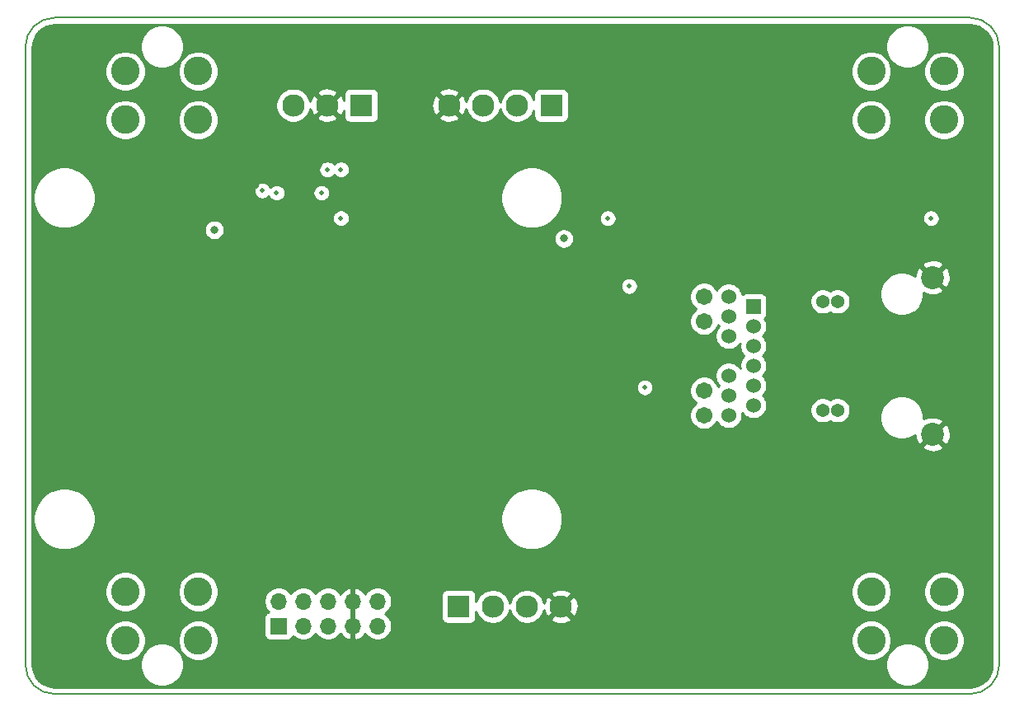
<source format=gbr>
%TF.GenerationSoftware,KiCad,Pcbnew,5.1.10*%
%TF.CreationDate,2021-07-27T11:18:45+02:00*%
%TF.ProjectId,lxbmc,6c78626d-632e-46b6-9963-61645f706362,rev?*%
%TF.SameCoordinates,Original*%
%TF.FileFunction,Copper,L2,Inr*%
%TF.FilePolarity,Positive*%
%FSLAX45Y45*%
G04 Gerber Fmt 4.5, Leading zero omitted, Abs format (unit mm)*
G04 Created by KiCad (PCBNEW 5.1.10) date 2021-07-27 11:18:45*
%MOMM*%
%LPD*%
G01*
G04 APERTURE LIST*
%TA.AperFunction,Profile*%
%ADD10C,0.200000*%
%TD*%
%TA.AperFunction,ComponentPad*%
%ADD11C,2.925000*%
%TD*%
%TA.AperFunction,ComponentPad*%
%ADD12C,2.362200*%
%TD*%
%TA.AperFunction,ComponentPad*%
%ADD13C,1.524000*%
%TD*%
%TA.AperFunction,ComponentPad*%
%ADD14C,1.714500*%
%TD*%
%TA.AperFunction,ComponentPad*%
%ADD15C,1.371600*%
%TD*%
%TA.AperFunction,ComponentPad*%
%ADD16R,1.524000X1.524000*%
%TD*%
%TA.AperFunction,ComponentPad*%
%ADD17C,2.300000*%
%TD*%
%TA.AperFunction,ComponentPad*%
%ADD18R,2.300000X2.300000*%
%TD*%
%TA.AperFunction,ComponentPad*%
%ADD19R,1.700000X1.700000*%
%TD*%
%TA.AperFunction,ComponentPad*%
%ADD20O,1.700000X1.700000*%
%TD*%
%TA.AperFunction,ViaPad*%
%ADD21C,0.500000*%
%TD*%
%TA.AperFunction,ViaPad*%
%ADD22C,0.800000*%
%TD*%
%TA.AperFunction,Conductor*%
%ADD23C,0.254000*%
%TD*%
%TA.AperFunction,Conductor*%
%ADD24C,0.150000*%
%TD*%
G04 APERTURE END LIST*
D10*
X300000Y-6950000D02*
G75*
G02*
X0Y-6650000I0J300000D01*
G01*
X0Y-300000D02*
G75*
G02*
X300000Y0I300000J0D01*
G01*
X10000000Y-6650000D02*
G75*
G02*
X9700000Y-6950000I-300000J0D01*
G01*
X9700000Y0D02*
G75*
G02*
X10000000Y-300000I0J-300000D01*
G01*
X300000Y0D02*
X9700000Y0D01*
X0Y-6650000D02*
X0Y-300000D01*
X10000000Y-300000D02*
X10000000Y-6650000D01*
X9700000Y-6950000D02*
X300000Y-6950000D01*
D11*
X8685000Y-6400000D03*
X9435000Y-6400000D03*
X8685000Y-5900000D03*
X9435000Y-5900000D03*
X9435000Y-550000D03*
X8685000Y-550000D03*
X9435000Y-1050000D03*
X8685000Y-1050000D03*
X1025000Y-6400000D03*
X1775000Y-6400000D03*
X1025000Y-5900000D03*
X1775000Y-5900000D03*
X1775000Y-550000D03*
X1025000Y-550000D03*
X1775000Y-1050000D03*
X1025000Y-1050000D03*
D12*
X9317500Y-2668550D03*
X9317500Y-4281450D03*
D13*
X7476000Y-3576600D03*
X7476000Y-3779800D03*
X7476000Y-3983000D03*
X7222000Y-3678200D03*
X7222000Y-3881400D03*
X7222000Y-4084600D03*
D14*
X6968000Y-2865400D03*
X6968000Y-3119400D03*
X6968000Y-4084600D03*
X6968000Y-3830600D03*
D15*
X8187200Y-2916200D03*
X8187200Y-4033800D03*
X8339600Y-2916200D03*
X8339600Y-4033800D03*
D16*
X7476000Y-2967000D03*
D13*
X7476000Y-3170200D03*
X7476000Y-3373400D03*
X7222000Y-2865400D03*
X7222000Y-3068600D03*
X7222000Y-3271800D03*
D17*
X5500000Y-6050000D03*
X5150000Y-6050000D03*
X4800000Y-6050000D03*
D18*
X4450000Y-6050000D03*
D17*
X4350000Y-900000D03*
X4700000Y-900000D03*
X5050000Y-900000D03*
D18*
X5400000Y-900000D03*
D17*
X2750000Y-900000D03*
X3100000Y-900000D03*
D18*
X3450000Y-900000D03*
D19*
X2600000Y-6250000D03*
D20*
X2600000Y-5996000D03*
X2854000Y-6250000D03*
X2854000Y-5996000D03*
X3108000Y-6250000D03*
X3108000Y-5996000D03*
X3362000Y-6250000D03*
X3362000Y-5996000D03*
X3616000Y-6250000D03*
X3616000Y-5996000D03*
D21*
X2090000Y-1880000D03*
X1620000Y-1880000D03*
X2370000Y-1880000D03*
X2520000Y-1880000D03*
X2730000Y-1880000D03*
X2930000Y-1870000D03*
X3120000Y-1870000D03*
X3280000Y-1880000D03*
X3400000Y-1880476D03*
X3610000Y-1980000D03*
X3410000Y-1550000D03*
X3530000Y-1570000D03*
X3090000Y-1720000D03*
X2890000Y-1720000D03*
X2690000Y-1720000D03*
X2370000Y-1730000D03*
X2250000Y-1730000D03*
X2130000Y-1730000D03*
X1609295Y-5110803D03*
X1730000Y-5120000D03*
X1840000Y-5120000D03*
X1970000Y-5120000D03*
X2080000Y-5130000D03*
X2210000Y-5120000D03*
X2330000Y-5130000D03*
X2450000Y-5120000D03*
X2810000Y-5130000D03*
X2930000Y-5130000D03*
X3050000Y-5130000D03*
X3170000Y-5130000D03*
X3280000Y-5130000D03*
X3400000Y-5140000D03*
X3410000Y-5280000D03*
X3290000Y-5280000D03*
X3170000Y-5280000D03*
X3050000Y-5270000D03*
X2930000Y-5280000D03*
X2810000Y-5280000D03*
X2690000Y-5280000D03*
X2570000Y-5280000D03*
X2449196Y-5281284D03*
X2329196Y-5281284D03*
X2209189Y-5281291D03*
X2089196Y-5281284D03*
X1962152Y-5276413D03*
X1850000Y-5280000D03*
X1730000Y-5280000D03*
X1610000Y-5280000D03*
X2100000Y-1020000D03*
X2330000Y-1030000D03*
X2210000Y-1020000D03*
X3260000Y-1760000D03*
X4080000Y-5880000D03*
X2500000Y-1560000D03*
X2250000Y-1875000D03*
X2580000Y-1800000D03*
X2433591Y-1777864D03*
D22*
X5530000Y-2270000D03*
X1940000Y-2180000D03*
D21*
X6200000Y-2760000D03*
X3040000Y-1800000D03*
X3240000Y-1560000D03*
X6360000Y-3800000D03*
X3240000Y-2060000D03*
X5980000Y-2060000D03*
X3100000Y-1560000D03*
X9300000Y-2060000D03*
D23*
X9743926Y-78159D02*
X9786178Y-90916D01*
X9825148Y-111637D01*
X9859351Y-139532D01*
X9887485Y-173540D01*
X9908477Y-212364D01*
X9921529Y-254526D01*
X9926500Y-301827D01*
X9926500Y-6646404D01*
X9921841Y-6693925D01*
X9909084Y-6736178D01*
X9888363Y-6775148D01*
X9860468Y-6809351D01*
X9826460Y-6837485D01*
X9787636Y-6858477D01*
X9745474Y-6871528D01*
X9698173Y-6876500D01*
X303595Y-6876500D01*
X256074Y-6871841D01*
X213822Y-6859084D01*
X174852Y-6838363D01*
X140649Y-6810468D01*
X112515Y-6776460D01*
X91523Y-6737636D01*
X78472Y-6695474D01*
X73500Y-6648173D01*
X73500Y-6627987D01*
X1176500Y-6627987D01*
X1176500Y-6672013D01*
X1185089Y-6715192D01*
X1201937Y-6755867D01*
X1226396Y-6792473D01*
X1257527Y-6823604D01*
X1294133Y-6848063D01*
X1334808Y-6864911D01*
X1377987Y-6873500D01*
X1422013Y-6873500D01*
X1465192Y-6864911D01*
X1505867Y-6848063D01*
X1542473Y-6823604D01*
X1573604Y-6792473D01*
X1598063Y-6755867D01*
X1614911Y-6715192D01*
X1623500Y-6672013D01*
X1623500Y-6627987D01*
X8836500Y-6627987D01*
X8836500Y-6672013D01*
X8845089Y-6715192D01*
X8861937Y-6755867D01*
X8886396Y-6792473D01*
X8917527Y-6823604D01*
X8954133Y-6848063D01*
X8994808Y-6864911D01*
X9037987Y-6873500D01*
X9082013Y-6873500D01*
X9125193Y-6864911D01*
X9165867Y-6848063D01*
X9202473Y-6823604D01*
X9233604Y-6792473D01*
X9258063Y-6755867D01*
X9274911Y-6715192D01*
X9283500Y-6672013D01*
X9283500Y-6627987D01*
X9274911Y-6584807D01*
X9258063Y-6544133D01*
X9233604Y-6507527D01*
X9202473Y-6476396D01*
X9165867Y-6451937D01*
X9125193Y-6435089D01*
X9082013Y-6426500D01*
X9037987Y-6426500D01*
X8994808Y-6435089D01*
X8954133Y-6451937D01*
X8917527Y-6476396D01*
X8886396Y-6507527D01*
X8861937Y-6544133D01*
X8845089Y-6584807D01*
X8836500Y-6627987D01*
X1623500Y-6627987D01*
X1614911Y-6584807D01*
X1598063Y-6544133D01*
X1573604Y-6507527D01*
X1542473Y-6476396D01*
X1505867Y-6451937D01*
X1465192Y-6435089D01*
X1422013Y-6426500D01*
X1377987Y-6426500D01*
X1334808Y-6435089D01*
X1294133Y-6451937D01*
X1257527Y-6476396D01*
X1226396Y-6507527D01*
X1201937Y-6544133D01*
X1185089Y-6584807D01*
X1176500Y-6627987D01*
X73500Y-6627987D01*
X73500Y-6379341D01*
X815250Y-6379341D01*
X815250Y-6420659D01*
X823311Y-6461182D01*
X839122Y-6499354D01*
X862076Y-6533708D01*
X891292Y-6562923D01*
X925646Y-6585878D01*
X963818Y-6601689D01*
X1004341Y-6609750D01*
X1045659Y-6609750D01*
X1086182Y-6601689D01*
X1124354Y-6585878D01*
X1158708Y-6562923D01*
X1187924Y-6533708D01*
X1210878Y-6499354D01*
X1226689Y-6461182D01*
X1234750Y-6420659D01*
X1234750Y-6379341D01*
X1565250Y-6379341D01*
X1565250Y-6420659D01*
X1573311Y-6461182D01*
X1589122Y-6499354D01*
X1612076Y-6533708D01*
X1641292Y-6562923D01*
X1675646Y-6585878D01*
X1713818Y-6601689D01*
X1754341Y-6609750D01*
X1795659Y-6609750D01*
X1836182Y-6601689D01*
X1874354Y-6585878D01*
X1908708Y-6562923D01*
X1937923Y-6533708D01*
X1960878Y-6499354D01*
X1976689Y-6461182D01*
X1984750Y-6420659D01*
X1984750Y-6379341D01*
X1976689Y-6338818D01*
X1960878Y-6300646D01*
X1937923Y-6266292D01*
X1908708Y-6237076D01*
X1874354Y-6214122D01*
X1836182Y-6198311D01*
X1795659Y-6190250D01*
X1754341Y-6190250D01*
X1713818Y-6198311D01*
X1675646Y-6214122D01*
X1641292Y-6237076D01*
X1612076Y-6266292D01*
X1589122Y-6300646D01*
X1573311Y-6338818D01*
X1565250Y-6379341D01*
X1234750Y-6379341D01*
X1226689Y-6338818D01*
X1210878Y-6300646D01*
X1187924Y-6266292D01*
X1158708Y-6237076D01*
X1124354Y-6214122D01*
X1086182Y-6198311D01*
X1045659Y-6190250D01*
X1004341Y-6190250D01*
X963818Y-6198311D01*
X925646Y-6214122D01*
X891292Y-6237076D01*
X862076Y-6266292D01*
X839122Y-6300646D01*
X823311Y-6338818D01*
X815250Y-6379341D01*
X73500Y-6379341D01*
X73500Y-6165000D01*
X2451193Y-6165000D01*
X2451193Y-6335000D01*
X2452419Y-6347448D01*
X2456050Y-6359418D01*
X2461946Y-6370449D01*
X2469882Y-6380118D01*
X2479551Y-6388054D01*
X2490582Y-6393950D01*
X2502552Y-6397581D01*
X2515000Y-6398807D01*
X2685000Y-6398807D01*
X2697448Y-6397581D01*
X2709418Y-6393950D01*
X2720449Y-6388054D01*
X2730119Y-6380118D01*
X2738054Y-6370449D01*
X2743950Y-6359418D01*
X2746151Y-6352162D01*
X2759337Y-6365347D01*
X2783659Y-6381599D01*
X2810684Y-6392793D01*
X2839374Y-6398500D01*
X2868626Y-6398500D01*
X2897316Y-6392793D01*
X2924341Y-6381599D01*
X2948663Y-6365347D01*
X2969347Y-6344663D01*
X2981000Y-6327224D01*
X2992652Y-6344663D01*
X3013337Y-6365347D01*
X3037659Y-6381599D01*
X3064684Y-6392793D01*
X3093374Y-6398500D01*
X3122626Y-6398500D01*
X3151316Y-6392793D01*
X3178341Y-6381599D01*
X3202663Y-6365347D01*
X3223347Y-6344663D01*
X3235519Y-6326447D01*
X3242482Y-6338135D01*
X3261973Y-6359759D01*
X3285308Y-6377164D01*
X3311590Y-6389682D01*
X3326311Y-6394148D01*
X3349300Y-6382015D01*
X3349300Y-6262700D01*
X3347300Y-6262700D01*
X3347300Y-6237300D01*
X3349300Y-6237300D01*
X3349300Y-6008700D01*
X3347300Y-6008700D01*
X3347300Y-5983300D01*
X3349300Y-5983300D01*
X3349300Y-5863984D01*
X3374700Y-5863984D01*
X3374700Y-5983300D01*
X3376700Y-5983300D01*
X3376700Y-6008700D01*
X3374700Y-6008700D01*
X3374700Y-6237300D01*
X3376700Y-6237300D01*
X3376700Y-6262700D01*
X3374700Y-6262700D01*
X3374700Y-6382015D01*
X3397689Y-6394148D01*
X3412410Y-6389682D01*
X3438692Y-6377164D01*
X3462027Y-6359759D01*
X3481518Y-6338135D01*
X3488480Y-6326447D01*
X3500652Y-6344663D01*
X3521337Y-6365347D01*
X3545659Y-6381599D01*
X3572684Y-6392793D01*
X3601374Y-6398500D01*
X3630626Y-6398500D01*
X3659316Y-6392793D01*
X3686341Y-6381599D01*
X3689720Y-6379341D01*
X8475250Y-6379341D01*
X8475250Y-6420659D01*
X8483311Y-6461182D01*
X8499122Y-6499354D01*
X8522077Y-6533708D01*
X8551292Y-6562923D01*
X8585646Y-6585878D01*
X8623818Y-6601689D01*
X8664341Y-6609750D01*
X8705659Y-6609750D01*
X8746182Y-6601689D01*
X8784354Y-6585878D01*
X8818708Y-6562923D01*
X8847924Y-6533708D01*
X8870878Y-6499354D01*
X8886689Y-6461182D01*
X8894750Y-6420659D01*
X8894750Y-6379341D01*
X9225250Y-6379341D01*
X9225250Y-6420659D01*
X9233311Y-6461182D01*
X9249122Y-6499354D01*
X9272077Y-6533708D01*
X9301292Y-6562923D01*
X9335646Y-6585878D01*
X9373818Y-6601689D01*
X9414341Y-6609750D01*
X9455659Y-6609750D01*
X9496182Y-6601689D01*
X9534354Y-6585878D01*
X9568708Y-6562923D01*
X9597924Y-6533708D01*
X9620878Y-6499354D01*
X9636689Y-6461182D01*
X9644750Y-6420659D01*
X9644750Y-6379341D01*
X9636689Y-6338818D01*
X9620878Y-6300646D01*
X9597924Y-6266292D01*
X9568708Y-6237076D01*
X9534354Y-6214122D01*
X9496182Y-6198311D01*
X9455659Y-6190250D01*
X9414341Y-6190250D01*
X9373818Y-6198311D01*
X9335646Y-6214122D01*
X9301292Y-6237076D01*
X9272077Y-6266292D01*
X9249122Y-6300646D01*
X9233311Y-6338818D01*
X9225250Y-6379341D01*
X8894750Y-6379341D01*
X8886689Y-6338818D01*
X8870878Y-6300646D01*
X8847924Y-6266292D01*
X8818708Y-6237076D01*
X8784354Y-6214122D01*
X8746182Y-6198311D01*
X8705659Y-6190250D01*
X8664341Y-6190250D01*
X8623818Y-6198311D01*
X8585646Y-6214122D01*
X8551292Y-6237076D01*
X8522077Y-6266292D01*
X8499122Y-6300646D01*
X8483311Y-6338818D01*
X8475250Y-6379341D01*
X3689720Y-6379341D01*
X3710663Y-6365347D01*
X3731347Y-6344663D01*
X3747599Y-6320341D01*
X3758793Y-6293316D01*
X3764500Y-6264626D01*
X3764500Y-6235374D01*
X3758793Y-6206684D01*
X3747599Y-6179659D01*
X3731347Y-6155337D01*
X3710663Y-6134652D01*
X3693224Y-6123000D01*
X3710663Y-6111347D01*
X3731347Y-6090663D01*
X3747599Y-6066341D01*
X3758793Y-6039316D01*
X3764500Y-6010626D01*
X3764500Y-5981374D01*
X3758793Y-5952684D01*
X3751468Y-5935000D01*
X4271193Y-5935000D01*
X4271193Y-6165000D01*
X4272419Y-6177448D01*
X4276050Y-6189418D01*
X4281946Y-6200449D01*
X4289882Y-6210118D01*
X4299551Y-6218054D01*
X4310582Y-6223950D01*
X4322552Y-6227581D01*
X4335000Y-6228807D01*
X4565000Y-6228807D01*
X4577448Y-6227581D01*
X4589418Y-6223950D01*
X4600449Y-6218054D01*
X4610119Y-6210118D01*
X4618054Y-6200449D01*
X4623950Y-6189418D01*
X4627581Y-6177448D01*
X4628807Y-6165000D01*
X4628807Y-6103147D01*
X4641815Y-6134551D01*
X4661350Y-6163787D01*
X4686213Y-6188650D01*
X4715449Y-6208185D01*
X4747934Y-6221640D01*
X4782419Y-6228500D01*
X4817581Y-6228500D01*
X4852067Y-6221640D01*
X4884552Y-6208185D01*
X4913787Y-6188650D01*
X4938650Y-6163787D01*
X4958185Y-6134551D01*
X4971640Y-6102066D01*
X4975000Y-6085176D01*
X4978360Y-6102066D01*
X4991815Y-6134551D01*
X5011350Y-6163787D01*
X5036213Y-6188650D01*
X5065449Y-6208185D01*
X5097934Y-6221640D01*
X5132419Y-6228500D01*
X5167581Y-6228500D01*
X5202067Y-6221640D01*
X5234552Y-6208185D01*
X5263787Y-6188650D01*
X5278202Y-6174235D01*
X5393726Y-6174235D01*
X5405112Y-6202209D01*
X5436630Y-6217796D01*
X5470583Y-6226935D01*
X5505666Y-6229274D01*
X5540532Y-6224724D01*
X5573840Y-6213459D01*
X5594888Y-6202209D01*
X5606274Y-6174235D01*
X5500000Y-6067960D01*
X5393726Y-6174235D01*
X5278202Y-6174235D01*
X5288650Y-6163787D01*
X5308185Y-6134551D01*
X5321640Y-6102066D01*
X5324745Y-6086460D01*
X5325276Y-6090532D01*
X5336541Y-6123840D01*
X5347791Y-6144888D01*
X5375765Y-6156274D01*
X5482040Y-6050000D01*
X5517961Y-6050000D01*
X5624235Y-6156274D01*
X5652209Y-6144888D01*
X5667796Y-6113370D01*
X5676935Y-6079417D01*
X5679274Y-6044334D01*
X5674724Y-6009468D01*
X5663459Y-5976160D01*
X5652209Y-5955112D01*
X5624235Y-5943726D01*
X5517961Y-6050000D01*
X5482040Y-6050000D01*
X5375765Y-5943726D01*
X5347791Y-5955112D01*
X5332204Y-5986630D01*
X5324837Y-6014001D01*
X5321640Y-5997933D01*
X5308185Y-5965448D01*
X5288650Y-5936213D01*
X5278202Y-5925765D01*
X5393726Y-5925765D01*
X5500000Y-6032039D01*
X5606274Y-5925765D01*
X5594888Y-5897791D01*
X5563370Y-5882204D01*
X5552736Y-5879341D01*
X8475250Y-5879341D01*
X8475250Y-5920659D01*
X8483311Y-5961182D01*
X8499122Y-5999354D01*
X8522077Y-6033708D01*
X8551292Y-6062923D01*
X8585646Y-6085878D01*
X8623818Y-6101689D01*
X8664341Y-6109750D01*
X8705659Y-6109750D01*
X8746182Y-6101689D01*
X8784354Y-6085878D01*
X8818708Y-6062923D01*
X8847924Y-6033708D01*
X8870878Y-5999354D01*
X8886689Y-5961182D01*
X8894750Y-5920659D01*
X8894750Y-5879341D01*
X9225250Y-5879341D01*
X9225250Y-5920659D01*
X9233311Y-5961182D01*
X9249122Y-5999354D01*
X9272077Y-6033708D01*
X9301292Y-6062923D01*
X9335646Y-6085878D01*
X9373818Y-6101689D01*
X9414341Y-6109750D01*
X9455659Y-6109750D01*
X9496182Y-6101689D01*
X9534354Y-6085878D01*
X9568708Y-6062923D01*
X9597924Y-6033708D01*
X9620878Y-5999354D01*
X9636689Y-5961182D01*
X9644750Y-5920659D01*
X9644750Y-5879341D01*
X9636689Y-5838818D01*
X9620878Y-5800646D01*
X9597924Y-5766292D01*
X9568708Y-5737076D01*
X9534354Y-5714122D01*
X9496182Y-5698311D01*
X9455659Y-5690250D01*
X9414341Y-5690250D01*
X9373818Y-5698311D01*
X9335646Y-5714122D01*
X9301292Y-5737076D01*
X9272077Y-5766292D01*
X9249122Y-5800646D01*
X9233311Y-5838818D01*
X9225250Y-5879341D01*
X8894750Y-5879341D01*
X8886689Y-5838818D01*
X8870878Y-5800646D01*
X8847924Y-5766292D01*
X8818708Y-5737076D01*
X8784354Y-5714122D01*
X8746182Y-5698311D01*
X8705659Y-5690250D01*
X8664341Y-5690250D01*
X8623818Y-5698311D01*
X8585646Y-5714122D01*
X8551292Y-5737076D01*
X8522077Y-5766292D01*
X8499122Y-5800646D01*
X8483311Y-5838818D01*
X8475250Y-5879341D01*
X5552736Y-5879341D01*
X5529417Y-5873065D01*
X5494334Y-5870726D01*
X5459468Y-5875276D01*
X5426160Y-5886541D01*
X5405112Y-5897791D01*
X5393726Y-5925765D01*
X5278202Y-5925765D01*
X5263787Y-5911350D01*
X5234552Y-5891815D01*
X5202067Y-5878360D01*
X5167581Y-5871500D01*
X5132419Y-5871500D01*
X5097934Y-5878360D01*
X5065449Y-5891815D01*
X5036213Y-5911350D01*
X5011350Y-5936213D01*
X4991815Y-5965448D01*
X4978360Y-5997933D01*
X4975000Y-6014823D01*
X4971640Y-5997933D01*
X4958185Y-5965448D01*
X4938650Y-5936213D01*
X4913787Y-5911350D01*
X4884552Y-5891815D01*
X4852067Y-5878360D01*
X4817581Y-5871500D01*
X4782419Y-5871500D01*
X4747934Y-5878360D01*
X4715449Y-5891815D01*
X4686213Y-5911350D01*
X4661350Y-5936213D01*
X4641815Y-5965448D01*
X4628807Y-5996853D01*
X4628807Y-5935000D01*
X4627581Y-5922552D01*
X4623950Y-5910582D01*
X4618054Y-5899551D01*
X4610119Y-5889881D01*
X4600449Y-5881946D01*
X4589418Y-5876050D01*
X4577448Y-5872419D01*
X4565000Y-5871193D01*
X4335000Y-5871193D01*
X4322552Y-5872419D01*
X4310582Y-5876050D01*
X4299551Y-5881946D01*
X4289882Y-5889881D01*
X4281946Y-5899551D01*
X4276050Y-5910582D01*
X4272419Y-5922552D01*
X4271193Y-5935000D01*
X3751468Y-5935000D01*
X3747599Y-5925659D01*
X3731347Y-5901337D01*
X3710663Y-5880652D01*
X3686341Y-5864401D01*
X3659316Y-5853207D01*
X3630626Y-5847500D01*
X3601374Y-5847500D01*
X3572684Y-5853207D01*
X3545659Y-5864401D01*
X3521337Y-5880652D01*
X3500652Y-5901337D01*
X3488480Y-5919553D01*
X3481518Y-5907864D01*
X3462027Y-5886241D01*
X3438692Y-5868836D01*
X3412410Y-5856317D01*
X3397689Y-5851852D01*
X3374700Y-5863984D01*
X3349300Y-5863984D01*
X3326311Y-5851852D01*
X3311590Y-5856317D01*
X3285308Y-5868836D01*
X3261973Y-5886241D01*
X3242482Y-5907864D01*
X3235519Y-5919553D01*
X3223347Y-5901337D01*
X3202663Y-5880652D01*
X3178341Y-5864401D01*
X3151316Y-5853207D01*
X3122626Y-5847500D01*
X3093374Y-5847500D01*
X3064684Y-5853207D01*
X3037659Y-5864401D01*
X3013337Y-5880652D01*
X2992652Y-5901337D01*
X2981000Y-5918776D01*
X2969347Y-5901337D01*
X2948663Y-5880652D01*
X2924341Y-5864401D01*
X2897316Y-5853207D01*
X2868626Y-5847500D01*
X2839374Y-5847500D01*
X2810684Y-5853207D01*
X2783659Y-5864401D01*
X2759337Y-5880652D01*
X2738653Y-5901337D01*
X2727000Y-5918776D01*
X2715348Y-5901337D01*
X2694663Y-5880652D01*
X2670341Y-5864401D01*
X2643316Y-5853207D01*
X2614626Y-5847500D01*
X2585374Y-5847500D01*
X2556684Y-5853207D01*
X2529659Y-5864401D01*
X2505337Y-5880652D01*
X2484653Y-5901337D01*
X2468401Y-5925659D01*
X2457207Y-5952684D01*
X2451500Y-5981374D01*
X2451500Y-6010626D01*
X2457207Y-6039316D01*
X2468401Y-6066341D01*
X2484653Y-6090663D01*
X2497838Y-6103849D01*
X2490582Y-6106050D01*
X2479551Y-6111946D01*
X2469882Y-6119881D01*
X2461946Y-6129551D01*
X2456050Y-6140582D01*
X2452419Y-6152552D01*
X2451193Y-6165000D01*
X73500Y-6165000D01*
X73500Y-5879341D01*
X815250Y-5879341D01*
X815250Y-5920659D01*
X823311Y-5961182D01*
X839122Y-5999354D01*
X862076Y-6033708D01*
X891292Y-6062923D01*
X925646Y-6085878D01*
X963818Y-6101689D01*
X1004341Y-6109750D01*
X1045659Y-6109750D01*
X1086182Y-6101689D01*
X1124354Y-6085878D01*
X1158708Y-6062923D01*
X1187924Y-6033708D01*
X1210878Y-5999354D01*
X1226689Y-5961182D01*
X1234750Y-5920659D01*
X1234750Y-5879341D01*
X1565250Y-5879341D01*
X1565250Y-5920659D01*
X1573311Y-5961182D01*
X1589122Y-5999354D01*
X1612076Y-6033708D01*
X1641292Y-6062923D01*
X1675646Y-6085878D01*
X1713818Y-6101689D01*
X1754341Y-6109750D01*
X1795659Y-6109750D01*
X1836182Y-6101689D01*
X1874354Y-6085878D01*
X1908708Y-6062923D01*
X1937923Y-6033708D01*
X1960878Y-5999354D01*
X1976689Y-5961182D01*
X1984750Y-5920659D01*
X1984750Y-5879341D01*
X1976689Y-5838818D01*
X1960878Y-5800646D01*
X1937923Y-5766292D01*
X1908708Y-5737076D01*
X1874354Y-5714122D01*
X1836182Y-5698311D01*
X1795659Y-5690250D01*
X1754341Y-5690250D01*
X1713818Y-5698311D01*
X1675646Y-5714122D01*
X1641292Y-5737076D01*
X1612076Y-5766292D01*
X1589122Y-5800646D01*
X1573311Y-5838818D01*
X1565250Y-5879341D01*
X1234750Y-5879341D01*
X1226689Y-5838818D01*
X1210878Y-5800646D01*
X1187924Y-5766292D01*
X1158708Y-5737076D01*
X1124354Y-5714122D01*
X1086182Y-5698311D01*
X1045659Y-5690250D01*
X1004341Y-5690250D01*
X963818Y-5698311D01*
X925646Y-5714122D01*
X891292Y-5737076D01*
X862076Y-5766292D01*
X839122Y-5800646D01*
X823311Y-5838818D01*
X815250Y-5879341D01*
X73500Y-5879341D01*
X73500Y-5118709D01*
X82300Y-5118709D01*
X82300Y-5181291D01*
X94509Y-5242670D01*
X118458Y-5300487D01*
X153226Y-5352522D01*
X197478Y-5396774D01*
X249513Y-5431542D01*
X307330Y-5455491D01*
X368709Y-5467700D01*
X431291Y-5467700D01*
X492670Y-5455491D01*
X550487Y-5431542D01*
X602522Y-5396774D01*
X646774Y-5352522D01*
X681542Y-5300487D01*
X705491Y-5242670D01*
X717700Y-5181291D01*
X717700Y-5118709D01*
X4882300Y-5118709D01*
X4882300Y-5181291D01*
X4894509Y-5242670D01*
X4918458Y-5300487D01*
X4953226Y-5352522D01*
X4997478Y-5396774D01*
X5049513Y-5431542D01*
X5107330Y-5455491D01*
X5168709Y-5467700D01*
X5231291Y-5467700D01*
X5292670Y-5455491D01*
X5350487Y-5431542D01*
X5402522Y-5396774D01*
X5446774Y-5352522D01*
X5481542Y-5300487D01*
X5505491Y-5242670D01*
X5517700Y-5181291D01*
X5517700Y-5118709D01*
X5505491Y-5057330D01*
X5481542Y-4999513D01*
X5446774Y-4947478D01*
X5402522Y-4903226D01*
X5350487Y-4868458D01*
X5292670Y-4844509D01*
X5231291Y-4832300D01*
X5168709Y-4832300D01*
X5107330Y-4844509D01*
X5049513Y-4868458D01*
X4997478Y-4903226D01*
X4953226Y-4947478D01*
X4918458Y-4999513D01*
X4894509Y-5057330D01*
X4882300Y-5118709D01*
X717700Y-5118709D01*
X705491Y-5057330D01*
X681542Y-4999513D01*
X646774Y-4947478D01*
X602522Y-4903226D01*
X550487Y-4868458D01*
X492670Y-4844509D01*
X431291Y-4832300D01*
X368709Y-4832300D01*
X307330Y-4844509D01*
X249513Y-4868458D01*
X197478Y-4903226D01*
X153226Y-4947478D01*
X118458Y-4999513D01*
X94509Y-5057330D01*
X82300Y-5118709D01*
X73500Y-5118709D01*
X73500Y-4407901D01*
X9209009Y-4407901D01*
X9220770Y-4436193D01*
X9252818Y-4452091D01*
X9287351Y-4461431D01*
X9323043Y-4463855D01*
X9358522Y-4459268D01*
X9392424Y-4447849D01*
X9414230Y-4436193D01*
X9425991Y-4407901D01*
X9317500Y-4299411D01*
X9209009Y-4407901D01*
X73500Y-4407901D01*
X73500Y-3791283D01*
X6271500Y-3791283D01*
X6271500Y-3808716D01*
X6274901Y-3825814D01*
X6281572Y-3841920D01*
X6291258Y-3856415D01*
X6303584Y-3868742D01*
X6318079Y-3878428D01*
X6334185Y-3885099D01*
X6351283Y-3888500D01*
X6368716Y-3888500D01*
X6385814Y-3885099D01*
X6401920Y-3878428D01*
X6416415Y-3868742D01*
X6428742Y-3856415D01*
X6438428Y-3841920D01*
X6445099Y-3825814D01*
X6448500Y-3808716D01*
X6448500Y-3791283D01*
X6445099Y-3774185D01*
X6438428Y-3758079D01*
X6428742Y-3743584D01*
X6416415Y-3731258D01*
X6401920Y-3721572D01*
X6385814Y-3714901D01*
X6368716Y-3711500D01*
X6351283Y-3711500D01*
X6334185Y-3714901D01*
X6318079Y-3721572D01*
X6303584Y-3731258D01*
X6291258Y-3743584D01*
X6281572Y-3758079D01*
X6274901Y-3774185D01*
X6271500Y-3791283D01*
X73500Y-3791283D01*
X73500Y-2850703D01*
X6818775Y-2850703D01*
X6818775Y-2880097D01*
X6824510Y-2908927D01*
X6835759Y-2936084D01*
X6852089Y-2960525D01*
X6872875Y-2981311D01*
X6889471Y-2992400D01*
X6872875Y-3003489D01*
X6852089Y-3024275D01*
X6835759Y-3048715D01*
X6824510Y-3075873D01*
X6818775Y-3104703D01*
X6818775Y-3134097D01*
X6824510Y-3162927D01*
X6835759Y-3190084D01*
X6852089Y-3214525D01*
X6872875Y-3235311D01*
X6897315Y-3251641D01*
X6924473Y-3262890D01*
X6953303Y-3268625D01*
X6982697Y-3268625D01*
X7011527Y-3262890D01*
X7038684Y-3251641D01*
X7063125Y-3235311D01*
X7083911Y-3214525D01*
X7100241Y-3190084D01*
X7111490Y-3162927D01*
X7112757Y-3156559D01*
X7113488Y-3157653D01*
X7126034Y-3170200D01*
X7113488Y-3182746D01*
X7098199Y-3205627D01*
X7087669Y-3231051D01*
X7082300Y-3258041D01*
X7082300Y-3285559D01*
X7087669Y-3312549D01*
X7098199Y-3337973D01*
X7113488Y-3360853D01*
X7132946Y-3380312D01*
X7155827Y-3395600D01*
X7181251Y-3406131D01*
X7208241Y-3411500D01*
X7235759Y-3411500D01*
X7262749Y-3406131D01*
X7288173Y-3395600D01*
X7311053Y-3380312D01*
X7330512Y-3360853D01*
X7338410Y-3349033D01*
X7336300Y-3359641D01*
X7336300Y-3387159D01*
X7341669Y-3414149D01*
X7352199Y-3439573D01*
X7367488Y-3462453D01*
X7380034Y-3475000D01*
X7367488Y-3487546D01*
X7352199Y-3510427D01*
X7341669Y-3535851D01*
X7336300Y-3562841D01*
X7336300Y-3590359D01*
X7338410Y-3600967D01*
X7330512Y-3589146D01*
X7311053Y-3569688D01*
X7288173Y-3554399D01*
X7262749Y-3543869D01*
X7235759Y-3538500D01*
X7208241Y-3538500D01*
X7181251Y-3543869D01*
X7155827Y-3554399D01*
X7132946Y-3569688D01*
X7113488Y-3589146D01*
X7098199Y-3612027D01*
X7087669Y-3637451D01*
X7082300Y-3664441D01*
X7082300Y-3691959D01*
X7087669Y-3718949D01*
X7098199Y-3744373D01*
X7113488Y-3767253D01*
X7126034Y-3779800D01*
X7113488Y-3792346D01*
X7112757Y-3793441D01*
X7111490Y-3787073D01*
X7100241Y-3759915D01*
X7083911Y-3735475D01*
X7063125Y-3714689D01*
X7038684Y-3698359D01*
X7011527Y-3687110D01*
X6982697Y-3681375D01*
X6953303Y-3681375D01*
X6924473Y-3687110D01*
X6897315Y-3698359D01*
X6872875Y-3714689D01*
X6852089Y-3735475D01*
X6835759Y-3759915D01*
X6824510Y-3787073D01*
X6818775Y-3815903D01*
X6818775Y-3845297D01*
X6824510Y-3874127D01*
X6835759Y-3901284D01*
X6852089Y-3925725D01*
X6872875Y-3946511D01*
X6889471Y-3957600D01*
X6872875Y-3968689D01*
X6852089Y-3989475D01*
X6835759Y-4013915D01*
X6824510Y-4041073D01*
X6818775Y-4069903D01*
X6818775Y-4099297D01*
X6824510Y-4128127D01*
X6835759Y-4155284D01*
X6852089Y-4179725D01*
X6872875Y-4200511D01*
X6897315Y-4216841D01*
X6924473Y-4228090D01*
X6953303Y-4233825D01*
X6982697Y-4233825D01*
X7011527Y-4228090D01*
X7038684Y-4216841D01*
X7063125Y-4200511D01*
X7083911Y-4179725D01*
X7100241Y-4155284D01*
X7100614Y-4154386D01*
X7113488Y-4173653D01*
X7132946Y-4193112D01*
X7155827Y-4208401D01*
X7181251Y-4218931D01*
X7208241Y-4224300D01*
X7235759Y-4224300D01*
X7262749Y-4218931D01*
X7288173Y-4208401D01*
X7311053Y-4193112D01*
X7330512Y-4173653D01*
X7345800Y-4150773D01*
X7356331Y-4125349D01*
X7361700Y-4098359D01*
X7361700Y-4070841D01*
X7359590Y-4060233D01*
X7367488Y-4072053D01*
X7386946Y-4091512D01*
X7409827Y-4106800D01*
X7435251Y-4117331D01*
X7462241Y-4122700D01*
X7489759Y-4122700D01*
X7516749Y-4117331D01*
X7542173Y-4106800D01*
X7565053Y-4091512D01*
X7584512Y-4072053D01*
X7599800Y-4049173D01*
X7610331Y-4023749D01*
X7610920Y-4020791D01*
X8055120Y-4020791D01*
X8055120Y-4046809D01*
X8060196Y-4072326D01*
X8070152Y-4096363D01*
X8084607Y-4117996D01*
X8103004Y-4136393D01*
X8124637Y-4150848D01*
X8148674Y-4160804D01*
X8174191Y-4165880D01*
X8200209Y-4165880D01*
X8225726Y-4160804D01*
X8249763Y-4150848D01*
X8263400Y-4141736D01*
X8277037Y-4150848D01*
X8301074Y-4160804D01*
X8326591Y-4165880D01*
X8352609Y-4165880D01*
X8378126Y-4160804D01*
X8402163Y-4150848D01*
X8423796Y-4136393D01*
X8442193Y-4117996D01*
X8456648Y-4096363D01*
X8460222Y-4087735D01*
X8773940Y-4087735D01*
X8773940Y-4132265D01*
X8782627Y-4175939D01*
X8799668Y-4217080D01*
X8824408Y-4254105D01*
X8855895Y-4285592D01*
X8892920Y-4310332D01*
X8934061Y-4327373D01*
X8977735Y-4336060D01*
X9022265Y-4336060D01*
X9065939Y-4327373D01*
X9107080Y-4310332D01*
X9135645Y-4291245D01*
X9139682Y-4322472D01*
X9151101Y-4356374D01*
X9162757Y-4378180D01*
X9191049Y-4389941D01*
X9299540Y-4281450D01*
X9335461Y-4281450D01*
X9443951Y-4389941D01*
X9472243Y-4378180D01*
X9488141Y-4346132D01*
X9497481Y-4311599D01*
X9499905Y-4275907D01*
X9495318Y-4240428D01*
X9483899Y-4206526D01*
X9472243Y-4184720D01*
X9443951Y-4172959D01*
X9335461Y-4281450D01*
X9299540Y-4281450D01*
X9298125Y-4280036D01*
X9316086Y-4262075D01*
X9317500Y-4263490D01*
X9425991Y-4154999D01*
X9414230Y-4126707D01*
X9382182Y-4110809D01*
X9347649Y-4101469D01*
X9311957Y-4099045D01*
X9276478Y-4103632D01*
X9242576Y-4115051D01*
X9226060Y-4123879D01*
X9226060Y-4087735D01*
X9217373Y-4044061D01*
X9200332Y-4002920D01*
X9175592Y-3965895D01*
X9144105Y-3934408D01*
X9107080Y-3909668D01*
X9065939Y-3892627D01*
X9022265Y-3883940D01*
X8977735Y-3883940D01*
X8934061Y-3892627D01*
X8892920Y-3909668D01*
X8855895Y-3934408D01*
X8824408Y-3965895D01*
X8799668Y-4002920D01*
X8782627Y-4044061D01*
X8773940Y-4087735D01*
X8460222Y-4087735D01*
X8466604Y-4072326D01*
X8471680Y-4046809D01*
X8471680Y-4020791D01*
X8466604Y-3995274D01*
X8456648Y-3971237D01*
X8442193Y-3949604D01*
X8423796Y-3931207D01*
X8402163Y-3916752D01*
X8378126Y-3906796D01*
X8352609Y-3901720D01*
X8326591Y-3901720D01*
X8301074Y-3906796D01*
X8277037Y-3916752D01*
X8263400Y-3925864D01*
X8249763Y-3916752D01*
X8225726Y-3906796D01*
X8200209Y-3901720D01*
X8174191Y-3901720D01*
X8148674Y-3906796D01*
X8124637Y-3916752D01*
X8103004Y-3931207D01*
X8084607Y-3949604D01*
X8070152Y-3971237D01*
X8060196Y-3995274D01*
X8055120Y-4020791D01*
X7610920Y-4020791D01*
X7615700Y-3996759D01*
X7615700Y-3969241D01*
X7610331Y-3942251D01*
X7599800Y-3916827D01*
X7584512Y-3893946D01*
X7571965Y-3881400D01*
X7584512Y-3868853D01*
X7599800Y-3845973D01*
X7610331Y-3820549D01*
X7615700Y-3793559D01*
X7615700Y-3766041D01*
X7610331Y-3739051D01*
X7599800Y-3713627D01*
X7584512Y-3690746D01*
X7571965Y-3678200D01*
X7584512Y-3665653D01*
X7599800Y-3642773D01*
X7610331Y-3617349D01*
X7615700Y-3590359D01*
X7615700Y-3562841D01*
X7610331Y-3535851D01*
X7599800Y-3510427D01*
X7584512Y-3487546D01*
X7571965Y-3475000D01*
X7584512Y-3462453D01*
X7599800Y-3439573D01*
X7610331Y-3414149D01*
X7615700Y-3387159D01*
X7615700Y-3359641D01*
X7610331Y-3332651D01*
X7599800Y-3307227D01*
X7584512Y-3284346D01*
X7571965Y-3271800D01*
X7584512Y-3259253D01*
X7599800Y-3236373D01*
X7610331Y-3210949D01*
X7615700Y-3183959D01*
X7615700Y-3156441D01*
X7610331Y-3129451D01*
X7599800Y-3104027D01*
X7592142Y-3092566D01*
X7597318Y-3088318D01*
X7605254Y-3078649D01*
X7611150Y-3067618D01*
X7614781Y-3055648D01*
X7616007Y-3043200D01*
X7616007Y-2903191D01*
X8055120Y-2903191D01*
X8055120Y-2929209D01*
X8060196Y-2954726D01*
X8070152Y-2978763D01*
X8084607Y-3000396D01*
X8103004Y-3018793D01*
X8124637Y-3033248D01*
X8148674Y-3043204D01*
X8174191Y-3048280D01*
X8200209Y-3048280D01*
X8225726Y-3043204D01*
X8249763Y-3033248D01*
X8263400Y-3024136D01*
X8277037Y-3033248D01*
X8301074Y-3043204D01*
X8326591Y-3048280D01*
X8352609Y-3048280D01*
X8378126Y-3043204D01*
X8402163Y-3033248D01*
X8423796Y-3018793D01*
X8442193Y-3000396D01*
X8456648Y-2978763D01*
X8466604Y-2954726D01*
X8471680Y-2929209D01*
X8471680Y-2903191D01*
X8466604Y-2877674D01*
X8456648Y-2853637D01*
X8442193Y-2832004D01*
X8427924Y-2817735D01*
X8773940Y-2817735D01*
X8773940Y-2862265D01*
X8782627Y-2905939D01*
X8799668Y-2947080D01*
X8824408Y-2984105D01*
X8855895Y-3015592D01*
X8892920Y-3040332D01*
X8934061Y-3057373D01*
X8977735Y-3066060D01*
X9022265Y-3066060D01*
X9065939Y-3057373D01*
X9107080Y-3040332D01*
X9144105Y-3015592D01*
X9175592Y-2984105D01*
X9200332Y-2947080D01*
X9217373Y-2905939D01*
X9226060Y-2862265D01*
X9226060Y-2825917D01*
X9252818Y-2839191D01*
X9287351Y-2848531D01*
X9323043Y-2850954D01*
X9358522Y-2846368D01*
X9392424Y-2834949D01*
X9414230Y-2823293D01*
X9425991Y-2795001D01*
X9317500Y-2686511D01*
X9316086Y-2687925D01*
X9298125Y-2669964D01*
X9299540Y-2668550D01*
X9335461Y-2668550D01*
X9443951Y-2777041D01*
X9472243Y-2765280D01*
X9488141Y-2733232D01*
X9497481Y-2698699D01*
X9499905Y-2663007D01*
X9495318Y-2627528D01*
X9483899Y-2593626D01*
X9472243Y-2571820D01*
X9443951Y-2560059D01*
X9335461Y-2668550D01*
X9299540Y-2668550D01*
X9191049Y-2560059D01*
X9162757Y-2571820D01*
X9146859Y-2603868D01*
X9137519Y-2638401D01*
X9136116Y-2659070D01*
X9107080Y-2639668D01*
X9065939Y-2622627D01*
X9022265Y-2613940D01*
X8977735Y-2613940D01*
X8934061Y-2622627D01*
X8892920Y-2639668D01*
X8855895Y-2664408D01*
X8824408Y-2695895D01*
X8799668Y-2732920D01*
X8782627Y-2774061D01*
X8773940Y-2817735D01*
X8427924Y-2817735D01*
X8423796Y-2813607D01*
X8402163Y-2799152D01*
X8378126Y-2789196D01*
X8352609Y-2784120D01*
X8326591Y-2784120D01*
X8301074Y-2789196D01*
X8277037Y-2799152D01*
X8263400Y-2808264D01*
X8249763Y-2799152D01*
X8225726Y-2789196D01*
X8200209Y-2784120D01*
X8174191Y-2784120D01*
X8148674Y-2789196D01*
X8124637Y-2799152D01*
X8103004Y-2813607D01*
X8084607Y-2832004D01*
X8070152Y-2853637D01*
X8060196Y-2877674D01*
X8055120Y-2903191D01*
X7616007Y-2903191D01*
X7616007Y-2890800D01*
X7614781Y-2878352D01*
X7611150Y-2866382D01*
X7605254Y-2855351D01*
X7597318Y-2845681D01*
X7587649Y-2837746D01*
X7576618Y-2831850D01*
X7564648Y-2828219D01*
X7552200Y-2826993D01*
X7399800Y-2826993D01*
X7387352Y-2828219D01*
X7375382Y-2831850D01*
X7364351Y-2837746D01*
X7359696Y-2841566D01*
X7356331Y-2824651D01*
X7345800Y-2799227D01*
X7330512Y-2776347D01*
X7311053Y-2756888D01*
X7288173Y-2741600D01*
X7262749Y-2731069D01*
X7235759Y-2725700D01*
X7208241Y-2725700D01*
X7181251Y-2731069D01*
X7155827Y-2741600D01*
X7132946Y-2756888D01*
X7113488Y-2776347D01*
X7100614Y-2795614D01*
X7100241Y-2794716D01*
X7083911Y-2770275D01*
X7063125Y-2749489D01*
X7038684Y-2733159D01*
X7011527Y-2721910D01*
X6982697Y-2716175D01*
X6953303Y-2716175D01*
X6924473Y-2721910D01*
X6897315Y-2733159D01*
X6872875Y-2749489D01*
X6852089Y-2770275D01*
X6835759Y-2794716D01*
X6824510Y-2821873D01*
X6818775Y-2850703D01*
X73500Y-2850703D01*
X73500Y-2751284D01*
X6111500Y-2751284D01*
X6111500Y-2768717D01*
X6114901Y-2785815D01*
X6121572Y-2801920D01*
X6131258Y-2816415D01*
X6143584Y-2828742D01*
X6158079Y-2838428D01*
X6174185Y-2845099D01*
X6191283Y-2848500D01*
X6208716Y-2848500D01*
X6225814Y-2845099D01*
X6241920Y-2838428D01*
X6256415Y-2828742D01*
X6268742Y-2816415D01*
X6278428Y-2801920D01*
X6285099Y-2785815D01*
X6288500Y-2768717D01*
X6288500Y-2751284D01*
X6285099Y-2734186D01*
X6278428Y-2718080D01*
X6268742Y-2703585D01*
X6256415Y-2691258D01*
X6241920Y-2681572D01*
X6225814Y-2674901D01*
X6208716Y-2671500D01*
X6191283Y-2671500D01*
X6174185Y-2674901D01*
X6158079Y-2681572D01*
X6143584Y-2691258D01*
X6131258Y-2703585D01*
X6121572Y-2718080D01*
X6114901Y-2734186D01*
X6111500Y-2751284D01*
X73500Y-2751284D01*
X73500Y-2542099D01*
X9209009Y-2542099D01*
X9317500Y-2650590D01*
X9425991Y-2542099D01*
X9414230Y-2513807D01*
X9382182Y-2497909D01*
X9347649Y-2488569D01*
X9311957Y-2486146D01*
X9276478Y-2490732D01*
X9242576Y-2502151D01*
X9220770Y-2513807D01*
X9209009Y-2542099D01*
X73500Y-2542099D01*
X73500Y-2169806D01*
X1836500Y-2169806D01*
X1836500Y-2190194D01*
X1840477Y-2210190D01*
X1848279Y-2229026D01*
X1859606Y-2245977D01*
X1874023Y-2260394D01*
X1890974Y-2271721D01*
X1909810Y-2279523D01*
X1929806Y-2283500D01*
X1950194Y-2283500D01*
X1970190Y-2279523D01*
X1989026Y-2271721D01*
X2005977Y-2260394D01*
X2006565Y-2259806D01*
X5426500Y-2259806D01*
X5426500Y-2280194D01*
X5430477Y-2300190D01*
X5438280Y-2319026D01*
X5449606Y-2335977D01*
X5464023Y-2350394D01*
X5480974Y-2361721D01*
X5499810Y-2369523D01*
X5519806Y-2373500D01*
X5540194Y-2373500D01*
X5560190Y-2369523D01*
X5579026Y-2361721D01*
X5595977Y-2350394D01*
X5610394Y-2335977D01*
X5621720Y-2319026D01*
X5629523Y-2300190D01*
X5633500Y-2280194D01*
X5633500Y-2259806D01*
X5629523Y-2239810D01*
X5621720Y-2220974D01*
X5610394Y-2204023D01*
X5595977Y-2189606D01*
X5579026Y-2178280D01*
X5560190Y-2170477D01*
X5540194Y-2166500D01*
X5519806Y-2166500D01*
X5499810Y-2170477D01*
X5480974Y-2178280D01*
X5464023Y-2189606D01*
X5449606Y-2204023D01*
X5438280Y-2220974D01*
X5430477Y-2239810D01*
X5426500Y-2259806D01*
X2006565Y-2259806D01*
X2020394Y-2245977D01*
X2031720Y-2229026D01*
X2039523Y-2210190D01*
X2043500Y-2190194D01*
X2043500Y-2169806D01*
X2039523Y-2149810D01*
X2031720Y-2130974D01*
X2020394Y-2114023D01*
X2005977Y-2099606D01*
X1989026Y-2088279D01*
X1970190Y-2080477D01*
X1950194Y-2076500D01*
X1929806Y-2076500D01*
X1909810Y-2080477D01*
X1890974Y-2088279D01*
X1874023Y-2099606D01*
X1859606Y-2114023D01*
X1848279Y-2130974D01*
X1840477Y-2149810D01*
X1836500Y-2169806D01*
X73500Y-2169806D01*
X73500Y-1818709D01*
X82300Y-1818709D01*
X82300Y-1881291D01*
X94509Y-1942670D01*
X118458Y-2000487D01*
X153226Y-2052522D01*
X197478Y-2096774D01*
X249513Y-2131542D01*
X307330Y-2155491D01*
X368709Y-2167700D01*
X431291Y-2167700D01*
X492670Y-2155491D01*
X550487Y-2131542D01*
X602522Y-2096774D01*
X646774Y-2052522D01*
X647601Y-2051283D01*
X3151500Y-2051283D01*
X3151500Y-2068716D01*
X3154901Y-2085814D01*
X3161572Y-2101921D01*
X3171258Y-2116416D01*
X3183584Y-2128742D01*
X3198079Y-2138428D01*
X3214185Y-2145099D01*
X3231283Y-2148500D01*
X3248716Y-2148500D01*
X3265814Y-2145099D01*
X3281920Y-2138428D01*
X3296415Y-2128742D01*
X3308742Y-2116416D01*
X3318428Y-2101921D01*
X3325099Y-2085814D01*
X3328500Y-2068716D01*
X3328500Y-2051283D01*
X3325099Y-2034185D01*
X3318428Y-2018079D01*
X3308742Y-2003584D01*
X3296415Y-1991258D01*
X3281920Y-1981572D01*
X3265814Y-1974901D01*
X3248716Y-1971500D01*
X3231283Y-1971500D01*
X3214185Y-1974901D01*
X3198079Y-1981572D01*
X3183584Y-1991258D01*
X3171258Y-2003584D01*
X3161572Y-2018079D01*
X3154901Y-2034185D01*
X3151500Y-2051283D01*
X647601Y-2051283D01*
X681542Y-2000487D01*
X705491Y-1942670D01*
X717700Y-1881291D01*
X717700Y-1818709D01*
X707842Y-1769147D01*
X2345091Y-1769147D01*
X2345091Y-1786580D01*
X2348492Y-1803678D01*
X2355163Y-1819784D01*
X2364849Y-1834279D01*
X2377176Y-1846606D01*
X2391671Y-1856291D01*
X2407777Y-1862963D01*
X2424875Y-1866364D01*
X2442308Y-1866364D01*
X2459406Y-1862963D01*
X2475512Y-1856291D01*
X2490007Y-1846606D01*
X2499557Y-1837055D01*
X2501572Y-1841920D01*
X2511258Y-1856415D01*
X2523585Y-1868742D01*
X2538080Y-1878428D01*
X2554186Y-1885099D01*
X2571284Y-1888500D01*
X2588717Y-1888500D01*
X2605815Y-1885099D01*
X2621921Y-1878428D01*
X2636416Y-1868742D01*
X2648742Y-1856415D01*
X2658428Y-1841920D01*
X2665099Y-1825814D01*
X2668500Y-1808716D01*
X2668500Y-1791283D01*
X2951500Y-1791283D01*
X2951500Y-1808716D01*
X2954901Y-1825814D01*
X2961572Y-1841920D01*
X2971258Y-1856415D01*
X2983584Y-1868742D01*
X2998079Y-1878428D01*
X3014185Y-1885099D01*
X3031283Y-1888500D01*
X3048716Y-1888500D01*
X3065814Y-1885099D01*
X3081920Y-1878428D01*
X3096415Y-1868742D01*
X3108742Y-1856415D01*
X3118428Y-1841920D01*
X3125099Y-1825814D01*
X3126512Y-1818709D01*
X4882300Y-1818709D01*
X4882300Y-1881291D01*
X4894509Y-1942670D01*
X4918458Y-2000487D01*
X4953226Y-2052522D01*
X4997478Y-2096774D01*
X5049513Y-2131542D01*
X5107330Y-2155491D01*
X5168709Y-2167700D01*
X5231291Y-2167700D01*
X5292670Y-2155491D01*
X5350487Y-2131542D01*
X5402522Y-2096774D01*
X5446774Y-2052522D01*
X5447601Y-2051283D01*
X5891500Y-2051283D01*
X5891500Y-2068716D01*
X5894901Y-2085814D01*
X5901572Y-2101921D01*
X5911258Y-2116416D01*
X5923584Y-2128742D01*
X5938079Y-2138428D01*
X5954185Y-2145099D01*
X5971283Y-2148500D01*
X5988716Y-2148500D01*
X6005814Y-2145099D01*
X6021920Y-2138428D01*
X6036415Y-2128742D01*
X6048742Y-2116416D01*
X6058428Y-2101921D01*
X6065099Y-2085814D01*
X6068500Y-2068716D01*
X6068500Y-2051283D01*
X9211500Y-2051283D01*
X9211500Y-2068716D01*
X9214901Y-2085814D01*
X9221572Y-2101921D01*
X9231258Y-2116416D01*
X9243585Y-2128742D01*
X9258080Y-2138428D01*
X9274186Y-2145099D01*
X9291284Y-2148500D01*
X9308717Y-2148500D01*
X9325815Y-2145099D01*
X9341921Y-2138428D01*
X9356416Y-2128742D01*
X9368742Y-2116416D01*
X9378428Y-2101921D01*
X9385099Y-2085814D01*
X9388500Y-2068716D01*
X9388500Y-2051283D01*
X9385099Y-2034185D01*
X9378428Y-2018079D01*
X9368742Y-2003584D01*
X9356416Y-1991258D01*
X9341921Y-1981572D01*
X9325815Y-1974901D01*
X9308717Y-1971500D01*
X9291284Y-1971500D01*
X9274186Y-1974901D01*
X9258080Y-1981572D01*
X9243585Y-1991258D01*
X9231258Y-2003584D01*
X9221572Y-2018079D01*
X9214901Y-2034185D01*
X9211500Y-2051283D01*
X6068500Y-2051283D01*
X6065099Y-2034185D01*
X6058428Y-2018079D01*
X6048742Y-2003584D01*
X6036415Y-1991258D01*
X6021920Y-1981572D01*
X6005814Y-1974901D01*
X5988716Y-1971500D01*
X5971283Y-1971500D01*
X5954185Y-1974901D01*
X5938079Y-1981572D01*
X5923584Y-1991258D01*
X5911258Y-2003584D01*
X5901572Y-2018079D01*
X5894901Y-2034185D01*
X5891500Y-2051283D01*
X5447601Y-2051283D01*
X5481542Y-2000487D01*
X5505491Y-1942670D01*
X5517700Y-1881291D01*
X5517700Y-1818709D01*
X5505491Y-1757330D01*
X5481542Y-1699513D01*
X5446774Y-1647478D01*
X5402522Y-1603226D01*
X5350487Y-1568458D01*
X5292670Y-1544509D01*
X5231291Y-1532300D01*
X5168709Y-1532300D01*
X5107330Y-1544509D01*
X5049513Y-1568458D01*
X4997478Y-1603226D01*
X4953226Y-1647478D01*
X4918458Y-1699513D01*
X4894509Y-1757330D01*
X4882300Y-1818709D01*
X3126512Y-1818709D01*
X3128500Y-1808716D01*
X3128500Y-1791283D01*
X3125099Y-1774185D01*
X3118428Y-1758079D01*
X3108742Y-1743584D01*
X3096415Y-1731258D01*
X3081920Y-1721572D01*
X3065814Y-1714901D01*
X3048716Y-1711500D01*
X3031283Y-1711500D01*
X3014185Y-1714901D01*
X2998079Y-1721572D01*
X2983584Y-1731258D01*
X2971258Y-1743584D01*
X2961572Y-1758079D01*
X2954901Y-1774185D01*
X2951500Y-1791283D01*
X2668500Y-1791283D01*
X2665099Y-1774185D01*
X2658428Y-1758079D01*
X2648742Y-1743584D01*
X2636416Y-1731258D01*
X2621921Y-1721572D01*
X2605815Y-1714901D01*
X2588717Y-1711500D01*
X2571284Y-1711500D01*
X2554186Y-1714901D01*
X2538080Y-1721572D01*
X2523585Y-1731258D01*
X2514034Y-1740808D01*
X2512019Y-1735943D01*
X2502333Y-1721448D01*
X2490007Y-1709121D01*
X2475512Y-1699436D01*
X2459406Y-1692765D01*
X2442308Y-1689364D01*
X2424875Y-1689364D01*
X2407777Y-1692765D01*
X2391671Y-1699436D01*
X2377176Y-1709121D01*
X2364849Y-1721448D01*
X2355163Y-1735943D01*
X2348492Y-1752049D01*
X2345091Y-1769147D01*
X707842Y-1769147D01*
X705491Y-1757330D01*
X681542Y-1699513D01*
X646774Y-1647478D01*
X602522Y-1603226D01*
X550487Y-1568458D01*
X509025Y-1551283D01*
X3011500Y-1551283D01*
X3011500Y-1568716D01*
X3014901Y-1585814D01*
X3021572Y-1601920D01*
X3031258Y-1616415D01*
X3043584Y-1628742D01*
X3058079Y-1638428D01*
X3074185Y-1645099D01*
X3091283Y-1648500D01*
X3108716Y-1648500D01*
X3125814Y-1645099D01*
X3141920Y-1638428D01*
X3156415Y-1628742D01*
X3168742Y-1616415D01*
X3170000Y-1614533D01*
X3171258Y-1616415D01*
X3183584Y-1628742D01*
X3198079Y-1638428D01*
X3214185Y-1645099D01*
X3231283Y-1648500D01*
X3248716Y-1648500D01*
X3265814Y-1645099D01*
X3281920Y-1638428D01*
X3296415Y-1628742D01*
X3308742Y-1616415D01*
X3318428Y-1601920D01*
X3325099Y-1585814D01*
X3328500Y-1568716D01*
X3328500Y-1551283D01*
X3325099Y-1534185D01*
X3318428Y-1518079D01*
X3308742Y-1503584D01*
X3296415Y-1491258D01*
X3281920Y-1481572D01*
X3265814Y-1474901D01*
X3248716Y-1471500D01*
X3231283Y-1471500D01*
X3214185Y-1474901D01*
X3198079Y-1481572D01*
X3183584Y-1491258D01*
X3171258Y-1503584D01*
X3170000Y-1505467D01*
X3168742Y-1503584D01*
X3156415Y-1491258D01*
X3141920Y-1481572D01*
X3125814Y-1474901D01*
X3108716Y-1471500D01*
X3091283Y-1471500D01*
X3074185Y-1474901D01*
X3058079Y-1481572D01*
X3043584Y-1491258D01*
X3031258Y-1503584D01*
X3021572Y-1518079D01*
X3014901Y-1534185D01*
X3011500Y-1551283D01*
X509025Y-1551283D01*
X492670Y-1544509D01*
X431291Y-1532300D01*
X368709Y-1532300D01*
X307330Y-1544509D01*
X249513Y-1568458D01*
X197478Y-1603226D01*
X153226Y-1647478D01*
X118458Y-1699513D01*
X94509Y-1757330D01*
X82300Y-1818709D01*
X73500Y-1818709D01*
X73500Y-1029341D01*
X815250Y-1029341D01*
X815250Y-1070659D01*
X823311Y-1111182D01*
X839122Y-1149354D01*
X862076Y-1183708D01*
X891292Y-1212924D01*
X925646Y-1235878D01*
X963818Y-1251689D01*
X1004341Y-1259750D01*
X1045659Y-1259750D01*
X1086182Y-1251689D01*
X1124354Y-1235878D01*
X1158708Y-1212924D01*
X1187924Y-1183708D01*
X1210878Y-1149354D01*
X1226689Y-1111182D01*
X1234750Y-1070659D01*
X1234750Y-1029341D01*
X1565250Y-1029341D01*
X1565250Y-1070659D01*
X1573311Y-1111182D01*
X1589122Y-1149354D01*
X1612076Y-1183708D01*
X1641292Y-1212924D01*
X1675646Y-1235878D01*
X1713818Y-1251689D01*
X1754341Y-1259750D01*
X1795659Y-1259750D01*
X1836182Y-1251689D01*
X1874354Y-1235878D01*
X1908708Y-1212924D01*
X1937923Y-1183708D01*
X1960878Y-1149354D01*
X1976689Y-1111182D01*
X1984750Y-1070659D01*
X1984750Y-1029341D01*
X1976689Y-988818D01*
X1960878Y-950646D01*
X1937923Y-916292D01*
X1908708Y-887076D01*
X1901738Y-882419D01*
X2571500Y-882419D01*
X2571500Y-917581D01*
X2578360Y-952066D01*
X2591815Y-984551D01*
X2611350Y-1013787D01*
X2636213Y-1038650D01*
X2665449Y-1058185D01*
X2697934Y-1071640D01*
X2732419Y-1078500D01*
X2767581Y-1078500D01*
X2802066Y-1071640D01*
X2834551Y-1058185D01*
X2863787Y-1038650D01*
X2878202Y-1024235D01*
X2993726Y-1024235D01*
X3005112Y-1052209D01*
X3036630Y-1067796D01*
X3070583Y-1076935D01*
X3105666Y-1079274D01*
X3140532Y-1074724D01*
X3173840Y-1063459D01*
X3194888Y-1052209D01*
X3206274Y-1024235D01*
X3100000Y-917960D01*
X2993726Y-1024235D01*
X2878202Y-1024235D01*
X2888650Y-1013787D01*
X2908185Y-984551D01*
X2921640Y-952066D01*
X2924745Y-936460D01*
X2925276Y-940532D01*
X2936541Y-973840D01*
X2947791Y-994888D01*
X2975765Y-1006274D01*
X3082039Y-900000D01*
X3117960Y-900000D01*
X3224235Y-1006274D01*
X3252209Y-994888D01*
X3267796Y-963370D01*
X3271193Y-950751D01*
X3271193Y-1015000D01*
X3272419Y-1027448D01*
X3276050Y-1039418D01*
X3281946Y-1050449D01*
X3289881Y-1060119D01*
X3299551Y-1068054D01*
X3310582Y-1073950D01*
X3322552Y-1077581D01*
X3335000Y-1078807D01*
X3565000Y-1078807D01*
X3577448Y-1077581D01*
X3589418Y-1073950D01*
X3600449Y-1068054D01*
X3610118Y-1060119D01*
X3618054Y-1050449D01*
X3623950Y-1039418D01*
X3627581Y-1027448D01*
X3627898Y-1024235D01*
X4243726Y-1024235D01*
X4255112Y-1052209D01*
X4286630Y-1067796D01*
X4320583Y-1076935D01*
X4355666Y-1079274D01*
X4390532Y-1074724D01*
X4423840Y-1063459D01*
X4444888Y-1052209D01*
X4456274Y-1024235D01*
X4350000Y-917960D01*
X4243726Y-1024235D01*
X3627898Y-1024235D01*
X3628807Y-1015000D01*
X3628807Y-905666D01*
X4170726Y-905666D01*
X4175276Y-940532D01*
X4186541Y-973840D01*
X4197791Y-994888D01*
X4225765Y-1006274D01*
X4332040Y-900000D01*
X4367961Y-900000D01*
X4474235Y-1006274D01*
X4502209Y-994888D01*
X4517796Y-963370D01*
X4525164Y-935999D01*
X4528360Y-952066D01*
X4541815Y-984551D01*
X4561350Y-1013787D01*
X4586213Y-1038650D01*
X4615449Y-1058185D01*
X4647934Y-1071640D01*
X4682419Y-1078500D01*
X4717581Y-1078500D01*
X4752067Y-1071640D01*
X4784552Y-1058185D01*
X4813787Y-1038650D01*
X4838650Y-1013787D01*
X4858185Y-984551D01*
X4871640Y-952066D01*
X4875000Y-935176D01*
X4878360Y-952066D01*
X4891815Y-984551D01*
X4911350Y-1013787D01*
X4936213Y-1038650D01*
X4965449Y-1058185D01*
X4997934Y-1071640D01*
X5032419Y-1078500D01*
X5067581Y-1078500D01*
X5102067Y-1071640D01*
X5134552Y-1058185D01*
X5163787Y-1038650D01*
X5188650Y-1013787D01*
X5208185Y-984551D01*
X5221193Y-953147D01*
X5221193Y-1015000D01*
X5222419Y-1027448D01*
X5226050Y-1039418D01*
X5231946Y-1050449D01*
X5239882Y-1060119D01*
X5249551Y-1068054D01*
X5260582Y-1073950D01*
X5272552Y-1077581D01*
X5285000Y-1078807D01*
X5515000Y-1078807D01*
X5527448Y-1077581D01*
X5539418Y-1073950D01*
X5550449Y-1068054D01*
X5560119Y-1060119D01*
X5568054Y-1050449D01*
X5573950Y-1039418D01*
X5577007Y-1029341D01*
X8475250Y-1029341D01*
X8475250Y-1070659D01*
X8483311Y-1111182D01*
X8499122Y-1149354D01*
X8522077Y-1183708D01*
X8551292Y-1212924D01*
X8585646Y-1235878D01*
X8623818Y-1251689D01*
X8664341Y-1259750D01*
X8705659Y-1259750D01*
X8746182Y-1251689D01*
X8784354Y-1235878D01*
X8818708Y-1212924D01*
X8847924Y-1183708D01*
X8870878Y-1149354D01*
X8886689Y-1111182D01*
X8894750Y-1070659D01*
X8894750Y-1029341D01*
X9225250Y-1029341D01*
X9225250Y-1070659D01*
X9233311Y-1111182D01*
X9249122Y-1149354D01*
X9272077Y-1183708D01*
X9301292Y-1212924D01*
X9335646Y-1235878D01*
X9373818Y-1251689D01*
X9414341Y-1259750D01*
X9455659Y-1259750D01*
X9496182Y-1251689D01*
X9534354Y-1235878D01*
X9568708Y-1212924D01*
X9597924Y-1183708D01*
X9620878Y-1149354D01*
X9636689Y-1111182D01*
X9644750Y-1070659D01*
X9644750Y-1029341D01*
X9636689Y-988818D01*
X9620878Y-950646D01*
X9597924Y-916292D01*
X9568708Y-887076D01*
X9534354Y-864122D01*
X9496182Y-848311D01*
X9455659Y-840250D01*
X9414341Y-840250D01*
X9373818Y-848311D01*
X9335646Y-864122D01*
X9301292Y-887076D01*
X9272077Y-916292D01*
X9249122Y-950646D01*
X9233311Y-988818D01*
X9225250Y-1029341D01*
X8894750Y-1029341D01*
X8886689Y-988818D01*
X8870878Y-950646D01*
X8847924Y-916292D01*
X8818708Y-887076D01*
X8784354Y-864122D01*
X8746182Y-848311D01*
X8705659Y-840250D01*
X8664341Y-840250D01*
X8623818Y-848311D01*
X8585646Y-864122D01*
X8551292Y-887076D01*
X8522077Y-916292D01*
X8499122Y-950646D01*
X8483311Y-988818D01*
X8475250Y-1029341D01*
X5577007Y-1029341D01*
X5577581Y-1027448D01*
X5578807Y-1015000D01*
X5578807Y-785000D01*
X5577581Y-772552D01*
X5573950Y-760582D01*
X5568054Y-749551D01*
X5560119Y-739881D01*
X5550449Y-731946D01*
X5539418Y-726050D01*
X5527448Y-722419D01*
X5515000Y-721193D01*
X5285000Y-721193D01*
X5272552Y-722419D01*
X5260582Y-726050D01*
X5249551Y-731946D01*
X5239882Y-739881D01*
X5231946Y-749551D01*
X5226050Y-760582D01*
X5222419Y-772552D01*
X5221193Y-785000D01*
X5221193Y-846853D01*
X5208185Y-815448D01*
X5188650Y-786213D01*
X5163787Y-761350D01*
X5134552Y-741815D01*
X5102067Y-728360D01*
X5067581Y-721500D01*
X5032419Y-721500D01*
X4997934Y-728360D01*
X4965449Y-741815D01*
X4936213Y-761350D01*
X4911350Y-786213D01*
X4891815Y-815448D01*
X4878360Y-847933D01*
X4875000Y-864823D01*
X4871640Y-847933D01*
X4858185Y-815448D01*
X4838650Y-786213D01*
X4813787Y-761350D01*
X4784552Y-741815D01*
X4752067Y-728360D01*
X4717581Y-721500D01*
X4682419Y-721500D01*
X4647934Y-728360D01*
X4615449Y-741815D01*
X4586213Y-761350D01*
X4561350Y-786213D01*
X4541815Y-815448D01*
X4528360Y-847933D01*
X4525255Y-863540D01*
X4524724Y-859468D01*
X4513459Y-826160D01*
X4502209Y-805112D01*
X4474235Y-793726D01*
X4367961Y-900000D01*
X4332040Y-900000D01*
X4225765Y-793726D01*
X4197791Y-805112D01*
X4182204Y-836630D01*
X4173065Y-870583D01*
X4170726Y-905666D01*
X3628807Y-905666D01*
X3628807Y-785000D01*
X3627898Y-775765D01*
X4243726Y-775765D01*
X4350000Y-882039D01*
X4456274Y-775765D01*
X4444888Y-747791D01*
X4413370Y-732204D01*
X4379417Y-723065D01*
X4344334Y-720726D01*
X4309468Y-725276D01*
X4276160Y-736541D01*
X4255112Y-747791D01*
X4243726Y-775765D01*
X3627898Y-775765D01*
X3627581Y-772552D01*
X3623950Y-760582D01*
X3618054Y-749551D01*
X3610118Y-739881D01*
X3600449Y-731946D01*
X3589418Y-726050D01*
X3577448Y-722419D01*
X3565000Y-721193D01*
X3335000Y-721193D01*
X3322552Y-722419D01*
X3310582Y-726050D01*
X3299551Y-731946D01*
X3289881Y-739881D01*
X3281946Y-749551D01*
X3276050Y-760582D01*
X3272419Y-772552D01*
X3271193Y-785000D01*
X3271193Y-849027D01*
X3263459Y-826160D01*
X3252209Y-805112D01*
X3224235Y-793726D01*
X3117960Y-900000D01*
X3082039Y-900000D01*
X2975765Y-793726D01*
X2947791Y-805112D01*
X2932204Y-836630D01*
X2924836Y-864001D01*
X2921640Y-847933D01*
X2908185Y-815448D01*
X2888650Y-786213D01*
X2878202Y-775765D01*
X2993726Y-775765D01*
X3100000Y-882039D01*
X3206274Y-775765D01*
X3194888Y-747791D01*
X3163370Y-732204D01*
X3129417Y-723065D01*
X3094334Y-720726D01*
X3059468Y-725276D01*
X3026160Y-736541D01*
X3005112Y-747791D01*
X2993726Y-775765D01*
X2878202Y-775765D01*
X2863787Y-761350D01*
X2834551Y-741815D01*
X2802066Y-728360D01*
X2767581Y-721500D01*
X2732419Y-721500D01*
X2697934Y-728360D01*
X2665449Y-741815D01*
X2636213Y-761350D01*
X2611350Y-786213D01*
X2591815Y-815448D01*
X2578360Y-847933D01*
X2571500Y-882419D01*
X1901738Y-882419D01*
X1874354Y-864122D01*
X1836182Y-848311D01*
X1795659Y-840250D01*
X1754341Y-840250D01*
X1713818Y-848311D01*
X1675646Y-864122D01*
X1641292Y-887076D01*
X1612076Y-916292D01*
X1589122Y-950646D01*
X1573311Y-988818D01*
X1565250Y-1029341D01*
X1234750Y-1029341D01*
X1226689Y-988818D01*
X1210878Y-950646D01*
X1187924Y-916292D01*
X1158708Y-887076D01*
X1124354Y-864122D01*
X1086182Y-848311D01*
X1045659Y-840250D01*
X1004341Y-840250D01*
X963818Y-848311D01*
X925646Y-864122D01*
X891292Y-887076D01*
X862076Y-916292D01*
X839122Y-950646D01*
X823311Y-988818D01*
X815250Y-1029341D01*
X73500Y-1029341D01*
X73500Y-529341D01*
X815250Y-529341D01*
X815250Y-570659D01*
X823311Y-611182D01*
X839122Y-649354D01*
X862076Y-683708D01*
X891292Y-712923D01*
X925646Y-735878D01*
X963818Y-751689D01*
X1004341Y-759750D01*
X1045659Y-759750D01*
X1086182Y-751689D01*
X1124354Y-735878D01*
X1158708Y-712923D01*
X1187924Y-683708D01*
X1210878Y-649354D01*
X1226689Y-611182D01*
X1234750Y-570659D01*
X1234750Y-529341D01*
X1565250Y-529341D01*
X1565250Y-570659D01*
X1573311Y-611182D01*
X1589122Y-649354D01*
X1612076Y-683708D01*
X1641292Y-712923D01*
X1675646Y-735878D01*
X1713818Y-751689D01*
X1754341Y-759750D01*
X1795659Y-759750D01*
X1836182Y-751689D01*
X1874354Y-735878D01*
X1908708Y-712923D01*
X1937923Y-683708D01*
X1960878Y-649354D01*
X1976689Y-611182D01*
X1984750Y-570659D01*
X1984750Y-529341D01*
X8475250Y-529341D01*
X8475250Y-570659D01*
X8483311Y-611182D01*
X8499122Y-649354D01*
X8522077Y-683708D01*
X8551292Y-712923D01*
X8585646Y-735878D01*
X8623818Y-751689D01*
X8664341Y-759750D01*
X8705659Y-759750D01*
X8746182Y-751689D01*
X8784354Y-735878D01*
X8818708Y-712923D01*
X8847924Y-683708D01*
X8870878Y-649354D01*
X8886689Y-611182D01*
X8894750Y-570659D01*
X8894750Y-529341D01*
X9225250Y-529341D01*
X9225250Y-570659D01*
X9233311Y-611182D01*
X9249122Y-649354D01*
X9272077Y-683708D01*
X9301292Y-712923D01*
X9335646Y-735878D01*
X9373818Y-751689D01*
X9414341Y-759750D01*
X9455659Y-759750D01*
X9496182Y-751689D01*
X9534354Y-735878D01*
X9568708Y-712923D01*
X9597924Y-683708D01*
X9620878Y-649354D01*
X9636689Y-611182D01*
X9644750Y-570659D01*
X9644750Y-529341D01*
X9636689Y-488818D01*
X9620878Y-450646D01*
X9597924Y-416292D01*
X9568708Y-387076D01*
X9534354Y-364122D01*
X9496182Y-348311D01*
X9455659Y-340250D01*
X9414341Y-340250D01*
X9373818Y-348311D01*
X9335646Y-364122D01*
X9301292Y-387076D01*
X9272077Y-416292D01*
X9249122Y-450646D01*
X9233311Y-488818D01*
X9225250Y-529341D01*
X8894750Y-529341D01*
X8886689Y-488818D01*
X8870878Y-450646D01*
X8847924Y-416292D01*
X8818708Y-387076D01*
X8784354Y-364122D01*
X8746182Y-348311D01*
X8705659Y-340250D01*
X8664341Y-340250D01*
X8623818Y-348311D01*
X8585646Y-364122D01*
X8551292Y-387076D01*
X8522077Y-416292D01*
X8499122Y-450646D01*
X8483311Y-488818D01*
X8475250Y-529341D01*
X1984750Y-529341D01*
X1976689Y-488818D01*
X1960878Y-450646D01*
X1937923Y-416292D01*
X1908708Y-387076D01*
X1874354Y-364122D01*
X1836182Y-348311D01*
X1795659Y-340250D01*
X1754341Y-340250D01*
X1713818Y-348311D01*
X1675646Y-364122D01*
X1641292Y-387076D01*
X1612076Y-416292D01*
X1589122Y-450646D01*
X1573311Y-488818D01*
X1565250Y-529341D01*
X1234750Y-529341D01*
X1226689Y-488818D01*
X1210878Y-450646D01*
X1187924Y-416292D01*
X1158708Y-387076D01*
X1124354Y-364122D01*
X1086182Y-348311D01*
X1045659Y-340250D01*
X1004341Y-340250D01*
X963818Y-348311D01*
X925646Y-364122D01*
X891292Y-387076D01*
X862076Y-416292D01*
X839122Y-450646D01*
X823311Y-488818D01*
X815250Y-529341D01*
X73500Y-529341D01*
X73500Y-303595D01*
X76011Y-277987D01*
X1176500Y-277987D01*
X1176500Y-322013D01*
X1185089Y-365192D01*
X1201937Y-405867D01*
X1226396Y-442473D01*
X1257527Y-473604D01*
X1294133Y-498063D01*
X1334808Y-514911D01*
X1377987Y-523500D01*
X1422013Y-523500D01*
X1465192Y-514911D01*
X1505867Y-498063D01*
X1542473Y-473604D01*
X1573604Y-442473D01*
X1598063Y-405867D01*
X1614911Y-365192D01*
X1623500Y-322013D01*
X1623500Y-277987D01*
X8836500Y-277987D01*
X8836500Y-322013D01*
X8845089Y-365192D01*
X8861937Y-405867D01*
X8886396Y-442473D01*
X8917527Y-473604D01*
X8954133Y-498063D01*
X8994808Y-514911D01*
X9037987Y-523500D01*
X9082013Y-523500D01*
X9125193Y-514911D01*
X9165867Y-498063D01*
X9202473Y-473604D01*
X9233604Y-442473D01*
X9258063Y-405867D01*
X9274911Y-365192D01*
X9283500Y-322013D01*
X9283500Y-277987D01*
X9274911Y-234807D01*
X9258063Y-194133D01*
X9233604Y-157527D01*
X9202473Y-126396D01*
X9165867Y-101937D01*
X9125193Y-85089D01*
X9082013Y-76500D01*
X9037987Y-76500D01*
X8994808Y-85089D01*
X8954133Y-101937D01*
X8917527Y-126396D01*
X8886396Y-157527D01*
X8861937Y-194133D01*
X8845089Y-234807D01*
X8836500Y-277987D01*
X1623500Y-277987D01*
X1614911Y-234807D01*
X1598063Y-194133D01*
X1573604Y-157527D01*
X1542473Y-126396D01*
X1505867Y-101937D01*
X1465192Y-85089D01*
X1422013Y-76500D01*
X1377987Y-76500D01*
X1334808Y-85089D01*
X1294133Y-101937D01*
X1257527Y-126396D01*
X1226396Y-157527D01*
X1201937Y-194133D01*
X1185089Y-234807D01*
X1176500Y-277987D01*
X76011Y-277987D01*
X78159Y-256074D01*
X90916Y-213822D01*
X111637Y-174852D01*
X139532Y-140649D01*
X173540Y-112515D01*
X212364Y-91523D01*
X254526Y-78472D01*
X301827Y-73500D01*
X9696405Y-73500D01*
X9743926Y-78159D01*
%TA.AperFunction,Conductor*%
D24*
G36*
X9743926Y-78159D02*
G01*
X9786178Y-90916D01*
X9825148Y-111637D01*
X9859351Y-139532D01*
X9887485Y-173540D01*
X9908477Y-212364D01*
X9921529Y-254526D01*
X9926500Y-301827D01*
X9926500Y-6646404D01*
X9921841Y-6693925D01*
X9909084Y-6736178D01*
X9888363Y-6775148D01*
X9860468Y-6809351D01*
X9826460Y-6837485D01*
X9787636Y-6858477D01*
X9745474Y-6871528D01*
X9698173Y-6876500D01*
X303595Y-6876500D01*
X256074Y-6871841D01*
X213822Y-6859084D01*
X174852Y-6838363D01*
X140649Y-6810468D01*
X112515Y-6776460D01*
X91523Y-6737636D01*
X78472Y-6695474D01*
X73500Y-6648173D01*
X73500Y-6627987D01*
X1176500Y-6627987D01*
X1176500Y-6672013D01*
X1185089Y-6715192D01*
X1201937Y-6755867D01*
X1226396Y-6792473D01*
X1257527Y-6823604D01*
X1294133Y-6848063D01*
X1334808Y-6864911D01*
X1377987Y-6873500D01*
X1422013Y-6873500D01*
X1465192Y-6864911D01*
X1505867Y-6848063D01*
X1542473Y-6823604D01*
X1573604Y-6792473D01*
X1598063Y-6755867D01*
X1614911Y-6715192D01*
X1623500Y-6672013D01*
X1623500Y-6627987D01*
X8836500Y-6627987D01*
X8836500Y-6672013D01*
X8845089Y-6715192D01*
X8861937Y-6755867D01*
X8886396Y-6792473D01*
X8917527Y-6823604D01*
X8954133Y-6848063D01*
X8994808Y-6864911D01*
X9037987Y-6873500D01*
X9082013Y-6873500D01*
X9125193Y-6864911D01*
X9165867Y-6848063D01*
X9202473Y-6823604D01*
X9233604Y-6792473D01*
X9258063Y-6755867D01*
X9274911Y-6715192D01*
X9283500Y-6672013D01*
X9283500Y-6627987D01*
X9274911Y-6584807D01*
X9258063Y-6544133D01*
X9233604Y-6507527D01*
X9202473Y-6476396D01*
X9165867Y-6451937D01*
X9125193Y-6435089D01*
X9082013Y-6426500D01*
X9037987Y-6426500D01*
X8994808Y-6435089D01*
X8954133Y-6451937D01*
X8917527Y-6476396D01*
X8886396Y-6507527D01*
X8861937Y-6544133D01*
X8845089Y-6584807D01*
X8836500Y-6627987D01*
X1623500Y-6627987D01*
X1614911Y-6584807D01*
X1598063Y-6544133D01*
X1573604Y-6507527D01*
X1542473Y-6476396D01*
X1505867Y-6451937D01*
X1465192Y-6435089D01*
X1422013Y-6426500D01*
X1377987Y-6426500D01*
X1334808Y-6435089D01*
X1294133Y-6451937D01*
X1257527Y-6476396D01*
X1226396Y-6507527D01*
X1201937Y-6544133D01*
X1185089Y-6584807D01*
X1176500Y-6627987D01*
X73500Y-6627987D01*
X73500Y-6379341D01*
X815250Y-6379341D01*
X815250Y-6420659D01*
X823311Y-6461182D01*
X839122Y-6499354D01*
X862076Y-6533708D01*
X891292Y-6562923D01*
X925646Y-6585878D01*
X963818Y-6601689D01*
X1004341Y-6609750D01*
X1045659Y-6609750D01*
X1086182Y-6601689D01*
X1124354Y-6585878D01*
X1158708Y-6562923D01*
X1187924Y-6533708D01*
X1210878Y-6499354D01*
X1226689Y-6461182D01*
X1234750Y-6420659D01*
X1234750Y-6379341D01*
X1565250Y-6379341D01*
X1565250Y-6420659D01*
X1573311Y-6461182D01*
X1589122Y-6499354D01*
X1612076Y-6533708D01*
X1641292Y-6562923D01*
X1675646Y-6585878D01*
X1713818Y-6601689D01*
X1754341Y-6609750D01*
X1795659Y-6609750D01*
X1836182Y-6601689D01*
X1874354Y-6585878D01*
X1908708Y-6562923D01*
X1937923Y-6533708D01*
X1960878Y-6499354D01*
X1976689Y-6461182D01*
X1984750Y-6420659D01*
X1984750Y-6379341D01*
X1976689Y-6338818D01*
X1960878Y-6300646D01*
X1937923Y-6266292D01*
X1908708Y-6237076D01*
X1874354Y-6214122D01*
X1836182Y-6198311D01*
X1795659Y-6190250D01*
X1754341Y-6190250D01*
X1713818Y-6198311D01*
X1675646Y-6214122D01*
X1641292Y-6237076D01*
X1612076Y-6266292D01*
X1589122Y-6300646D01*
X1573311Y-6338818D01*
X1565250Y-6379341D01*
X1234750Y-6379341D01*
X1226689Y-6338818D01*
X1210878Y-6300646D01*
X1187924Y-6266292D01*
X1158708Y-6237076D01*
X1124354Y-6214122D01*
X1086182Y-6198311D01*
X1045659Y-6190250D01*
X1004341Y-6190250D01*
X963818Y-6198311D01*
X925646Y-6214122D01*
X891292Y-6237076D01*
X862076Y-6266292D01*
X839122Y-6300646D01*
X823311Y-6338818D01*
X815250Y-6379341D01*
X73500Y-6379341D01*
X73500Y-6165000D01*
X2451193Y-6165000D01*
X2451193Y-6335000D01*
X2452419Y-6347448D01*
X2456050Y-6359418D01*
X2461946Y-6370449D01*
X2469882Y-6380118D01*
X2479551Y-6388054D01*
X2490582Y-6393950D01*
X2502552Y-6397581D01*
X2515000Y-6398807D01*
X2685000Y-6398807D01*
X2697448Y-6397581D01*
X2709418Y-6393950D01*
X2720449Y-6388054D01*
X2730119Y-6380118D01*
X2738054Y-6370449D01*
X2743950Y-6359418D01*
X2746151Y-6352162D01*
X2759337Y-6365347D01*
X2783659Y-6381599D01*
X2810684Y-6392793D01*
X2839374Y-6398500D01*
X2868626Y-6398500D01*
X2897316Y-6392793D01*
X2924341Y-6381599D01*
X2948663Y-6365347D01*
X2969347Y-6344663D01*
X2981000Y-6327224D01*
X2992652Y-6344663D01*
X3013337Y-6365347D01*
X3037659Y-6381599D01*
X3064684Y-6392793D01*
X3093374Y-6398500D01*
X3122626Y-6398500D01*
X3151316Y-6392793D01*
X3178341Y-6381599D01*
X3202663Y-6365347D01*
X3223347Y-6344663D01*
X3235519Y-6326447D01*
X3242482Y-6338135D01*
X3261973Y-6359759D01*
X3285308Y-6377164D01*
X3311590Y-6389682D01*
X3326311Y-6394148D01*
X3349300Y-6382015D01*
X3349300Y-6262700D01*
X3347300Y-6262700D01*
X3347300Y-6237300D01*
X3349300Y-6237300D01*
X3349300Y-6008700D01*
X3347300Y-6008700D01*
X3347300Y-5983300D01*
X3349300Y-5983300D01*
X3349300Y-5863984D01*
X3374700Y-5863984D01*
X3374700Y-5983300D01*
X3376700Y-5983300D01*
X3376700Y-6008700D01*
X3374700Y-6008700D01*
X3374700Y-6237300D01*
X3376700Y-6237300D01*
X3376700Y-6262700D01*
X3374700Y-6262700D01*
X3374700Y-6382015D01*
X3397689Y-6394148D01*
X3412410Y-6389682D01*
X3438692Y-6377164D01*
X3462027Y-6359759D01*
X3481518Y-6338135D01*
X3488480Y-6326447D01*
X3500652Y-6344663D01*
X3521337Y-6365347D01*
X3545659Y-6381599D01*
X3572684Y-6392793D01*
X3601374Y-6398500D01*
X3630626Y-6398500D01*
X3659316Y-6392793D01*
X3686341Y-6381599D01*
X3689720Y-6379341D01*
X8475250Y-6379341D01*
X8475250Y-6420659D01*
X8483311Y-6461182D01*
X8499122Y-6499354D01*
X8522077Y-6533708D01*
X8551292Y-6562923D01*
X8585646Y-6585878D01*
X8623818Y-6601689D01*
X8664341Y-6609750D01*
X8705659Y-6609750D01*
X8746182Y-6601689D01*
X8784354Y-6585878D01*
X8818708Y-6562923D01*
X8847924Y-6533708D01*
X8870878Y-6499354D01*
X8886689Y-6461182D01*
X8894750Y-6420659D01*
X8894750Y-6379341D01*
X9225250Y-6379341D01*
X9225250Y-6420659D01*
X9233311Y-6461182D01*
X9249122Y-6499354D01*
X9272077Y-6533708D01*
X9301292Y-6562923D01*
X9335646Y-6585878D01*
X9373818Y-6601689D01*
X9414341Y-6609750D01*
X9455659Y-6609750D01*
X9496182Y-6601689D01*
X9534354Y-6585878D01*
X9568708Y-6562923D01*
X9597924Y-6533708D01*
X9620878Y-6499354D01*
X9636689Y-6461182D01*
X9644750Y-6420659D01*
X9644750Y-6379341D01*
X9636689Y-6338818D01*
X9620878Y-6300646D01*
X9597924Y-6266292D01*
X9568708Y-6237076D01*
X9534354Y-6214122D01*
X9496182Y-6198311D01*
X9455659Y-6190250D01*
X9414341Y-6190250D01*
X9373818Y-6198311D01*
X9335646Y-6214122D01*
X9301292Y-6237076D01*
X9272077Y-6266292D01*
X9249122Y-6300646D01*
X9233311Y-6338818D01*
X9225250Y-6379341D01*
X8894750Y-6379341D01*
X8886689Y-6338818D01*
X8870878Y-6300646D01*
X8847924Y-6266292D01*
X8818708Y-6237076D01*
X8784354Y-6214122D01*
X8746182Y-6198311D01*
X8705659Y-6190250D01*
X8664341Y-6190250D01*
X8623818Y-6198311D01*
X8585646Y-6214122D01*
X8551292Y-6237076D01*
X8522077Y-6266292D01*
X8499122Y-6300646D01*
X8483311Y-6338818D01*
X8475250Y-6379341D01*
X3689720Y-6379341D01*
X3710663Y-6365347D01*
X3731347Y-6344663D01*
X3747599Y-6320341D01*
X3758793Y-6293316D01*
X3764500Y-6264626D01*
X3764500Y-6235374D01*
X3758793Y-6206684D01*
X3747599Y-6179659D01*
X3731347Y-6155337D01*
X3710663Y-6134652D01*
X3693224Y-6123000D01*
X3710663Y-6111347D01*
X3731347Y-6090663D01*
X3747599Y-6066341D01*
X3758793Y-6039316D01*
X3764500Y-6010626D01*
X3764500Y-5981374D01*
X3758793Y-5952684D01*
X3751468Y-5935000D01*
X4271193Y-5935000D01*
X4271193Y-6165000D01*
X4272419Y-6177448D01*
X4276050Y-6189418D01*
X4281946Y-6200449D01*
X4289882Y-6210118D01*
X4299551Y-6218054D01*
X4310582Y-6223950D01*
X4322552Y-6227581D01*
X4335000Y-6228807D01*
X4565000Y-6228807D01*
X4577448Y-6227581D01*
X4589418Y-6223950D01*
X4600449Y-6218054D01*
X4610119Y-6210118D01*
X4618054Y-6200449D01*
X4623950Y-6189418D01*
X4627581Y-6177448D01*
X4628807Y-6165000D01*
X4628807Y-6103147D01*
X4641815Y-6134551D01*
X4661350Y-6163787D01*
X4686213Y-6188650D01*
X4715449Y-6208185D01*
X4747934Y-6221640D01*
X4782419Y-6228500D01*
X4817581Y-6228500D01*
X4852067Y-6221640D01*
X4884552Y-6208185D01*
X4913787Y-6188650D01*
X4938650Y-6163787D01*
X4958185Y-6134551D01*
X4971640Y-6102066D01*
X4975000Y-6085176D01*
X4978360Y-6102066D01*
X4991815Y-6134551D01*
X5011350Y-6163787D01*
X5036213Y-6188650D01*
X5065449Y-6208185D01*
X5097934Y-6221640D01*
X5132419Y-6228500D01*
X5167581Y-6228500D01*
X5202067Y-6221640D01*
X5234552Y-6208185D01*
X5263787Y-6188650D01*
X5278202Y-6174235D01*
X5393726Y-6174235D01*
X5405112Y-6202209D01*
X5436630Y-6217796D01*
X5470583Y-6226935D01*
X5505666Y-6229274D01*
X5540532Y-6224724D01*
X5573840Y-6213459D01*
X5594888Y-6202209D01*
X5606274Y-6174235D01*
X5500000Y-6067960D01*
X5393726Y-6174235D01*
X5278202Y-6174235D01*
X5288650Y-6163787D01*
X5308185Y-6134551D01*
X5321640Y-6102066D01*
X5324745Y-6086460D01*
X5325276Y-6090532D01*
X5336541Y-6123840D01*
X5347791Y-6144888D01*
X5375765Y-6156274D01*
X5482040Y-6050000D01*
X5517961Y-6050000D01*
X5624235Y-6156274D01*
X5652209Y-6144888D01*
X5667796Y-6113370D01*
X5676935Y-6079417D01*
X5679274Y-6044334D01*
X5674724Y-6009468D01*
X5663459Y-5976160D01*
X5652209Y-5955112D01*
X5624235Y-5943726D01*
X5517961Y-6050000D01*
X5482040Y-6050000D01*
X5375765Y-5943726D01*
X5347791Y-5955112D01*
X5332204Y-5986630D01*
X5324837Y-6014001D01*
X5321640Y-5997933D01*
X5308185Y-5965448D01*
X5288650Y-5936213D01*
X5278202Y-5925765D01*
X5393726Y-5925765D01*
X5500000Y-6032039D01*
X5606274Y-5925765D01*
X5594888Y-5897791D01*
X5563370Y-5882204D01*
X5552736Y-5879341D01*
X8475250Y-5879341D01*
X8475250Y-5920659D01*
X8483311Y-5961182D01*
X8499122Y-5999354D01*
X8522077Y-6033708D01*
X8551292Y-6062923D01*
X8585646Y-6085878D01*
X8623818Y-6101689D01*
X8664341Y-6109750D01*
X8705659Y-6109750D01*
X8746182Y-6101689D01*
X8784354Y-6085878D01*
X8818708Y-6062923D01*
X8847924Y-6033708D01*
X8870878Y-5999354D01*
X8886689Y-5961182D01*
X8894750Y-5920659D01*
X8894750Y-5879341D01*
X9225250Y-5879341D01*
X9225250Y-5920659D01*
X9233311Y-5961182D01*
X9249122Y-5999354D01*
X9272077Y-6033708D01*
X9301292Y-6062923D01*
X9335646Y-6085878D01*
X9373818Y-6101689D01*
X9414341Y-6109750D01*
X9455659Y-6109750D01*
X9496182Y-6101689D01*
X9534354Y-6085878D01*
X9568708Y-6062923D01*
X9597924Y-6033708D01*
X9620878Y-5999354D01*
X9636689Y-5961182D01*
X9644750Y-5920659D01*
X9644750Y-5879341D01*
X9636689Y-5838818D01*
X9620878Y-5800646D01*
X9597924Y-5766292D01*
X9568708Y-5737076D01*
X9534354Y-5714122D01*
X9496182Y-5698311D01*
X9455659Y-5690250D01*
X9414341Y-5690250D01*
X9373818Y-5698311D01*
X9335646Y-5714122D01*
X9301292Y-5737076D01*
X9272077Y-5766292D01*
X9249122Y-5800646D01*
X9233311Y-5838818D01*
X9225250Y-5879341D01*
X8894750Y-5879341D01*
X8886689Y-5838818D01*
X8870878Y-5800646D01*
X8847924Y-5766292D01*
X8818708Y-5737076D01*
X8784354Y-5714122D01*
X8746182Y-5698311D01*
X8705659Y-5690250D01*
X8664341Y-5690250D01*
X8623818Y-5698311D01*
X8585646Y-5714122D01*
X8551292Y-5737076D01*
X8522077Y-5766292D01*
X8499122Y-5800646D01*
X8483311Y-5838818D01*
X8475250Y-5879341D01*
X5552736Y-5879341D01*
X5529417Y-5873065D01*
X5494334Y-5870726D01*
X5459468Y-5875276D01*
X5426160Y-5886541D01*
X5405112Y-5897791D01*
X5393726Y-5925765D01*
X5278202Y-5925765D01*
X5263787Y-5911350D01*
X5234552Y-5891815D01*
X5202067Y-5878360D01*
X5167581Y-5871500D01*
X5132419Y-5871500D01*
X5097934Y-5878360D01*
X5065449Y-5891815D01*
X5036213Y-5911350D01*
X5011350Y-5936213D01*
X4991815Y-5965448D01*
X4978360Y-5997933D01*
X4975000Y-6014823D01*
X4971640Y-5997933D01*
X4958185Y-5965448D01*
X4938650Y-5936213D01*
X4913787Y-5911350D01*
X4884552Y-5891815D01*
X4852067Y-5878360D01*
X4817581Y-5871500D01*
X4782419Y-5871500D01*
X4747934Y-5878360D01*
X4715449Y-5891815D01*
X4686213Y-5911350D01*
X4661350Y-5936213D01*
X4641815Y-5965448D01*
X4628807Y-5996853D01*
X4628807Y-5935000D01*
X4627581Y-5922552D01*
X4623950Y-5910582D01*
X4618054Y-5899551D01*
X4610119Y-5889881D01*
X4600449Y-5881946D01*
X4589418Y-5876050D01*
X4577448Y-5872419D01*
X4565000Y-5871193D01*
X4335000Y-5871193D01*
X4322552Y-5872419D01*
X4310582Y-5876050D01*
X4299551Y-5881946D01*
X4289882Y-5889881D01*
X4281946Y-5899551D01*
X4276050Y-5910582D01*
X4272419Y-5922552D01*
X4271193Y-5935000D01*
X3751468Y-5935000D01*
X3747599Y-5925659D01*
X3731347Y-5901337D01*
X3710663Y-5880652D01*
X3686341Y-5864401D01*
X3659316Y-5853207D01*
X3630626Y-5847500D01*
X3601374Y-5847500D01*
X3572684Y-5853207D01*
X3545659Y-5864401D01*
X3521337Y-5880652D01*
X3500652Y-5901337D01*
X3488480Y-5919553D01*
X3481518Y-5907864D01*
X3462027Y-5886241D01*
X3438692Y-5868836D01*
X3412410Y-5856317D01*
X3397689Y-5851852D01*
X3374700Y-5863984D01*
X3349300Y-5863984D01*
X3326311Y-5851852D01*
X3311590Y-5856317D01*
X3285308Y-5868836D01*
X3261973Y-5886241D01*
X3242482Y-5907864D01*
X3235519Y-5919553D01*
X3223347Y-5901337D01*
X3202663Y-5880652D01*
X3178341Y-5864401D01*
X3151316Y-5853207D01*
X3122626Y-5847500D01*
X3093374Y-5847500D01*
X3064684Y-5853207D01*
X3037659Y-5864401D01*
X3013337Y-5880652D01*
X2992652Y-5901337D01*
X2981000Y-5918776D01*
X2969347Y-5901337D01*
X2948663Y-5880652D01*
X2924341Y-5864401D01*
X2897316Y-5853207D01*
X2868626Y-5847500D01*
X2839374Y-5847500D01*
X2810684Y-5853207D01*
X2783659Y-5864401D01*
X2759337Y-5880652D01*
X2738653Y-5901337D01*
X2727000Y-5918776D01*
X2715348Y-5901337D01*
X2694663Y-5880652D01*
X2670341Y-5864401D01*
X2643316Y-5853207D01*
X2614626Y-5847500D01*
X2585374Y-5847500D01*
X2556684Y-5853207D01*
X2529659Y-5864401D01*
X2505337Y-5880652D01*
X2484653Y-5901337D01*
X2468401Y-5925659D01*
X2457207Y-5952684D01*
X2451500Y-5981374D01*
X2451500Y-6010626D01*
X2457207Y-6039316D01*
X2468401Y-6066341D01*
X2484653Y-6090663D01*
X2497838Y-6103849D01*
X2490582Y-6106050D01*
X2479551Y-6111946D01*
X2469882Y-6119881D01*
X2461946Y-6129551D01*
X2456050Y-6140582D01*
X2452419Y-6152552D01*
X2451193Y-6165000D01*
X73500Y-6165000D01*
X73500Y-5879341D01*
X815250Y-5879341D01*
X815250Y-5920659D01*
X823311Y-5961182D01*
X839122Y-5999354D01*
X862076Y-6033708D01*
X891292Y-6062923D01*
X925646Y-6085878D01*
X963818Y-6101689D01*
X1004341Y-6109750D01*
X1045659Y-6109750D01*
X1086182Y-6101689D01*
X1124354Y-6085878D01*
X1158708Y-6062923D01*
X1187924Y-6033708D01*
X1210878Y-5999354D01*
X1226689Y-5961182D01*
X1234750Y-5920659D01*
X1234750Y-5879341D01*
X1565250Y-5879341D01*
X1565250Y-5920659D01*
X1573311Y-5961182D01*
X1589122Y-5999354D01*
X1612076Y-6033708D01*
X1641292Y-6062923D01*
X1675646Y-6085878D01*
X1713818Y-6101689D01*
X1754341Y-6109750D01*
X1795659Y-6109750D01*
X1836182Y-6101689D01*
X1874354Y-6085878D01*
X1908708Y-6062923D01*
X1937923Y-6033708D01*
X1960878Y-5999354D01*
X1976689Y-5961182D01*
X1984750Y-5920659D01*
X1984750Y-5879341D01*
X1976689Y-5838818D01*
X1960878Y-5800646D01*
X1937923Y-5766292D01*
X1908708Y-5737076D01*
X1874354Y-5714122D01*
X1836182Y-5698311D01*
X1795659Y-5690250D01*
X1754341Y-5690250D01*
X1713818Y-5698311D01*
X1675646Y-5714122D01*
X1641292Y-5737076D01*
X1612076Y-5766292D01*
X1589122Y-5800646D01*
X1573311Y-5838818D01*
X1565250Y-5879341D01*
X1234750Y-5879341D01*
X1226689Y-5838818D01*
X1210878Y-5800646D01*
X1187924Y-5766292D01*
X1158708Y-5737076D01*
X1124354Y-5714122D01*
X1086182Y-5698311D01*
X1045659Y-5690250D01*
X1004341Y-5690250D01*
X963818Y-5698311D01*
X925646Y-5714122D01*
X891292Y-5737076D01*
X862076Y-5766292D01*
X839122Y-5800646D01*
X823311Y-5838818D01*
X815250Y-5879341D01*
X73500Y-5879341D01*
X73500Y-5118709D01*
X82300Y-5118709D01*
X82300Y-5181291D01*
X94509Y-5242670D01*
X118458Y-5300487D01*
X153226Y-5352522D01*
X197478Y-5396774D01*
X249513Y-5431542D01*
X307330Y-5455491D01*
X368709Y-5467700D01*
X431291Y-5467700D01*
X492670Y-5455491D01*
X550487Y-5431542D01*
X602522Y-5396774D01*
X646774Y-5352522D01*
X681542Y-5300487D01*
X705491Y-5242670D01*
X717700Y-5181291D01*
X717700Y-5118709D01*
X4882300Y-5118709D01*
X4882300Y-5181291D01*
X4894509Y-5242670D01*
X4918458Y-5300487D01*
X4953226Y-5352522D01*
X4997478Y-5396774D01*
X5049513Y-5431542D01*
X5107330Y-5455491D01*
X5168709Y-5467700D01*
X5231291Y-5467700D01*
X5292670Y-5455491D01*
X5350487Y-5431542D01*
X5402522Y-5396774D01*
X5446774Y-5352522D01*
X5481542Y-5300487D01*
X5505491Y-5242670D01*
X5517700Y-5181291D01*
X5517700Y-5118709D01*
X5505491Y-5057330D01*
X5481542Y-4999513D01*
X5446774Y-4947478D01*
X5402522Y-4903226D01*
X5350487Y-4868458D01*
X5292670Y-4844509D01*
X5231291Y-4832300D01*
X5168709Y-4832300D01*
X5107330Y-4844509D01*
X5049513Y-4868458D01*
X4997478Y-4903226D01*
X4953226Y-4947478D01*
X4918458Y-4999513D01*
X4894509Y-5057330D01*
X4882300Y-5118709D01*
X717700Y-5118709D01*
X705491Y-5057330D01*
X681542Y-4999513D01*
X646774Y-4947478D01*
X602522Y-4903226D01*
X550487Y-4868458D01*
X492670Y-4844509D01*
X431291Y-4832300D01*
X368709Y-4832300D01*
X307330Y-4844509D01*
X249513Y-4868458D01*
X197478Y-4903226D01*
X153226Y-4947478D01*
X118458Y-4999513D01*
X94509Y-5057330D01*
X82300Y-5118709D01*
X73500Y-5118709D01*
X73500Y-4407901D01*
X9209009Y-4407901D01*
X9220770Y-4436193D01*
X9252818Y-4452091D01*
X9287351Y-4461431D01*
X9323043Y-4463855D01*
X9358522Y-4459268D01*
X9392424Y-4447849D01*
X9414230Y-4436193D01*
X9425991Y-4407901D01*
X9317500Y-4299411D01*
X9209009Y-4407901D01*
X73500Y-4407901D01*
X73500Y-3791283D01*
X6271500Y-3791283D01*
X6271500Y-3808716D01*
X6274901Y-3825814D01*
X6281572Y-3841920D01*
X6291258Y-3856415D01*
X6303584Y-3868742D01*
X6318079Y-3878428D01*
X6334185Y-3885099D01*
X6351283Y-3888500D01*
X6368716Y-3888500D01*
X6385814Y-3885099D01*
X6401920Y-3878428D01*
X6416415Y-3868742D01*
X6428742Y-3856415D01*
X6438428Y-3841920D01*
X6445099Y-3825814D01*
X6448500Y-3808716D01*
X6448500Y-3791283D01*
X6445099Y-3774185D01*
X6438428Y-3758079D01*
X6428742Y-3743584D01*
X6416415Y-3731258D01*
X6401920Y-3721572D01*
X6385814Y-3714901D01*
X6368716Y-3711500D01*
X6351283Y-3711500D01*
X6334185Y-3714901D01*
X6318079Y-3721572D01*
X6303584Y-3731258D01*
X6291258Y-3743584D01*
X6281572Y-3758079D01*
X6274901Y-3774185D01*
X6271500Y-3791283D01*
X73500Y-3791283D01*
X73500Y-2850703D01*
X6818775Y-2850703D01*
X6818775Y-2880097D01*
X6824510Y-2908927D01*
X6835759Y-2936084D01*
X6852089Y-2960525D01*
X6872875Y-2981311D01*
X6889471Y-2992400D01*
X6872875Y-3003489D01*
X6852089Y-3024275D01*
X6835759Y-3048715D01*
X6824510Y-3075873D01*
X6818775Y-3104703D01*
X6818775Y-3134097D01*
X6824510Y-3162927D01*
X6835759Y-3190084D01*
X6852089Y-3214525D01*
X6872875Y-3235311D01*
X6897315Y-3251641D01*
X6924473Y-3262890D01*
X6953303Y-3268625D01*
X6982697Y-3268625D01*
X7011527Y-3262890D01*
X7038684Y-3251641D01*
X7063125Y-3235311D01*
X7083911Y-3214525D01*
X7100241Y-3190084D01*
X7111490Y-3162927D01*
X7112757Y-3156559D01*
X7113488Y-3157653D01*
X7126034Y-3170200D01*
X7113488Y-3182746D01*
X7098199Y-3205627D01*
X7087669Y-3231051D01*
X7082300Y-3258041D01*
X7082300Y-3285559D01*
X7087669Y-3312549D01*
X7098199Y-3337973D01*
X7113488Y-3360853D01*
X7132946Y-3380312D01*
X7155827Y-3395600D01*
X7181251Y-3406131D01*
X7208241Y-3411500D01*
X7235759Y-3411500D01*
X7262749Y-3406131D01*
X7288173Y-3395600D01*
X7311053Y-3380312D01*
X7330512Y-3360853D01*
X7338410Y-3349033D01*
X7336300Y-3359641D01*
X7336300Y-3387159D01*
X7341669Y-3414149D01*
X7352199Y-3439573D01*
X7367488Y-3462453D01*
X7380034Y-3475000D01*
X7367488Y-3487546D01*
X7352199Y-3510427D01*
X7341669Y-3535851D01*
X7336300Y-3562841D01*
X7336300Y-3590359D01*
X7338410Y-3600967D01*
X7330512Y-3589146D01*
X7311053Y-3569688D01*
X7288173Y-3554399D01*
X7262749Y-3543869D01*
X7235759Y-3538500D01*
X7208241Y-3538500D01*
X7181251Y-3543869D01*
X7155827Y-3554399D01*
X7132946Y-3569688D01*
X7113488Y-3589146D01*
X7098199Y-3612027D01*
X7087669Y-3637451D01*
X7082300Y-3664441D01*
X7082300Y-3691959D01*
X7087669Y-3718949D01*
X7098199Y-3744373D01*
X7113488Y-3767253D01*
X7126034Y-3779800D01*
X7113488Y-3792346D01*
X7112757Y-3793441D01*
X7111490Y-3787073D01*
X7100241Y-3759915D01*
X7083911Y-3735475D01*
X7063125Y-3714689D01*
X7038684Y-3698359D01*
X7011527Y-3687110D01*
X6982697Y-3681375D01*
X6953303Y-3681375D01*
X6924473Y-3687110D01*
X6897315Y-3698359D01*
X6872875Y-3714689D01*
X6852089Y-3735475D01*
X6835759Y-3759915D01*
X6824510Y-3787073D01*
X6818775Y-3815903D01*
X6818775Y-3845297D01*
X6824510Y-3874127D01*
X6835759Y-3901284D01*
X6852089Y-3925725D01*
X6872875Y-3946511D01*
X6889471Y-3957600D01*
X6872875Y-3968689D01*
X6852089Y-3989475D01*
X6835759Y-4013915D01*
X6824510Y-4041073D01*
X6818775Y-4069903D01*
X6818775Y-4099297D01*
X6824510Y-4128127D01*
X6835759Y-4155284D01*
X6852089Y-4179725D01*
X6872875Y-4200511D01*
X6897315Y-4216841D01*
X6924473Y-4228090D01*
X6953303Y-4233825D01*
X6982697Y-4233825D01*
X7011527Y-4228090D01*
X7038684Y-4216841D01*
X7063125Y-4200511D01*
X7083911Y-4179725D01*
X7100241Y-4155284D01*
X7100614Y-4154386D01*
X7113488Y-4173653D01*
X7132946Y-4193112D01*
X7155827Y-4208401D01*
X7181251Y-4218931D01*
X7208241Y-4224300D01*
X7235759Y-4224300D01*
X7262749Y-4218931D01*
X7288173Y-4208401D01*
X7311053Y-4193112D01*
X7330512Y-4173653D01*
X7345800Y-4150773D01*
X7356331Y-4125349D01*
X7361700Y-4098359D01*
X7361700Y-4070841D01*
X7359590Y-4060233D01*
X7367488Y-4072053D01*
X7386946Y-4091512D01*
X7409827Y-4106800D01*
X7435251Y-4117331D01*
X7462241Y-4122700D01*
X7489759Y-4122700D01*
X7516749Y-4117331D01*
X7542173Y-4106800D01*
X7565053Y-4091512D01*
X7584512Y-4072053D01*
X7599800Y-4049173D01*
X7610331Y-4023749D01*
X7610920Y-4020791D01*
X8055120Y-4020791D01*
X8055120Y-4046809D01*
X8060196Y-4072326D01*
X8070152Y-4096363D01*
X8084607Y-4117996D01*
X8103004Y-4136393D01*
X8124637Y-4150848D01*
X8148674Y-4160804D01*
X8174191Y-4165880D01*
X8200209Y-4165880D01*
X8225726Y-4160804D01*
X8249763Y-4150848D01*
X8263400Y-4141736D01*
X8277037Y-4150848D01*
X8301074Y-4160804D01*
X8326591Y-4165880D01*
X8352609Y-4165880D01*
X8378126Y-4160804D01*
X8402163Y-4150848D01*
X8423796Y-4136393D01*
X8442193Y-4117996D01*
X8456648Y-4096363D01*
X8460222Y-4087735D01*
X8773940Y-4087735D01*
X8773940Y-4132265D01*
X8782627Y-4175939D01*
X8799668Y-4217080D01*
X8824408Y-4254105D01*
X8855895Y-4285592D01*
X8892920Y-4310332D01*
X8934061Y-4327373D01*
X8977735Y-4336060D01*
X9022265Y-4336060D01*
X9065939Y-4327373D01*
X9107080Y-4310332D01*
X9135645Y-4291245D01*
X9139682Y-4322472D01*
X9151101Y-4356374D01*
X9162757Y-4378180D01*
X9191049Y-4389941D01*
X9299540Y-4281450D01*
X9335461Y-4281450D01*
X9443951Y-4389941D01*
X9472243Y-4378180D01*
X9488141Y-4346132D01*
X9497481Y-4311599D01*
X9499905Y-4275907D01*
X9495318Y-4240428D01*
X9483899Y-4206526D01*
X9472243Y-4184720D01*
X9443951Y-4172959D01*
X9335461Y-4281450D01*
X9299540Y-4281450D01*
X9298125Y-4280036D01*
X9316086Y-4262075D01*
X9317500Y-4263490D01*
X9425991Y-4154999D01*
X9414230Y-4126707D01*
X9382182Y-4110809D01*
X9347649Y-4101469D01*
X9311957Y-4099045D01*
X9276478Y-4103632D01*
X9242576Y-4115051D01*
X9226060Y-4123879D01*
X9226060Y-4087735D01*
X9217373Y-4044061D01*
X9200332Y-4002920D01*
X9175592Y-3965895D01*
X9144105Y-3934408D01*
X9107080Y-3909668D01*
X9065939Y-3892627D01*
X9022265Y-3883940D01*
X8977735Y-3883940D01*
X8934061Y-3892627D01*
X8892920Y-3909668D01*
X8855895Y-3934408D01*
X8824408Y-3965895D01*
X8799668Y-4002920D01*
X8782627Y-4044061D01*
X8773940Y-4087735D01*
X8460222Y-4087735D01*
X8466604Y-4072326D01*
X8471680Y-4046809D01*
X8471680Y-4020791D01*
X8466604Y-3995274D01*
X8456648Y-3971237D01*
X8442193Y-3949604D01*
X8423796Y-3931207D01*
X8402163Y-3916752D01*
X8378126Y-3906796D01*
X8352609Y-3901720D01*
X8326591Y-3901720D01*
X8301074Y-3906796D01*
X8277037Y-3916752D01*
X8263400Y-3925864D01*
X8249763Y-3916752D01*
X8225726Y-3906796D01*
X8200209Y-3901720D01*
X8174191Y-3901720D01*
X8148674Y-3906796D01*
X8124637Y-3916752D01*
X8103004Y-3931207D01*
X8084607Y-3949604D01*
X8070152Y-3971237D01*
X8060196Y-3995274D01*
X8055120Y-4020791D01*
X7610920Y-4020791D01*
X7615700Y-3996759D01*
X7615700Y-3969241D01*
X7610331Y-3942251D01*
X7599800Y-3916827D01*
X7584512Y-3893946D01*
X7571965Y-3881400D01*
X7584512Y-3868853D01*
X7599800Y-3845973D01*
X7610331Y-3820549D01*
X7615700Y-3793559D01*
X7615700Y-3766041D01*
X7610331Y-3739051D01*
X7599800Y-3713627D01*
X7584512Y-3690746D01*
X7571965Y-3678200D01*
X7584512Y-3665653D01*
X7599800Y-3642773D01*
X7610331Y-3617349D01*
X7615700Y-3590359D01*
X7615700Y-3562841D01*
X7610331Y-3535851D01*
X7599800Y-3510427D01*
X7584512Y-3487546D01*
X7571965Y-3475000D01*
X7584512Y-3462453D01*
X7599800Y-3439573D01*
X7610331Y-3414149D01*
X7615700Y-3387159D01*
X7615700Y-3359641D01*
X7610331Y-3332651D01*
X7599800Y-3307227D01*
X7584512Y-3284346D01*
X7571965Y-3271800D01*
X7584512Y-3259253D01*
X7599800Y-3236373D01*
X7610331Y-3210949D01*
X7615700Y-3183959D01*
X7615700Y-3156441D01*
X7610331Y-3129451D01*
X7599800Y-3104027D01*
X7592142Y-3092566D01*
X7597318Y-3088318D01*
X7605254Y-3078649D01*
X7611150Y-3067618D01*
X7614781Y-3055648D01*
X7616007Y-3043200D01*
X7616007Y-2903191D01*
X8055120Y-2903191D01*
X8055120Y-2929209D01*
X8060196Y-2954726D01*
X8070152Y-2978763D01*
X8084607Y-3000396D01*
X8103004Y-3018793D01*
X8124637Y-3033248D01*
X8148674Y-3043204D01*
X8174191Y-3048280D01*
X8200209Y-3048280D01*
X8225726Y-3043204D01*
X8249763Y-3033248D01*
X8263400Y-3024136D01*
X8277037Y-3033248D01*
X8301074Y-3043204D01*
X8326591Y-3048280D01*
X8352609Y-3048280D01*
X8378126Y-3043204D01*
X8402163Y-3033248D01*
X8423796Y-3018793D01*
X8442193Y-3000396D01*
X8456648Y-2978763D01*
X8466604Y-2954726D01*
X8471680Y-2929209D01*
X8471680Y-2903191D01*
X8466604Y-2877674D01*
X8456648Y-2853637D01*
X8442193Y-2832004D01*
X8427924Y-2817735D01*
X8773940Y-2817735D01*
X8773940Y-2862265D01*
X8782627Y-2905939D01*
X8799668Y-2947080D01*
X8824408Y-2984105D01*
X8855895Y-3015592D01*
X8892920Y-3040332D01*
X8934061Y-3057373D01*
X8977735Y-3066060D01*
X9022265Y-3066060D01*
X9065939Y-3057373D01*
X9107080Y-3040332D01*
X9144105Y-3015592D01*
X9175592Y-2984105D01*
X9200332Y-2947080D01*
X9217373Y-2905939D01*
X9226060Y-2862265D01*
X9226060Y-2825917D01*
X9252818Y-2839191D01*
X9287351Y-2848531D01*
X9323043Y-2850954D01*
X9358522Y-2846368D01*
X9392424Y-2834949D01*
X9414230Y-2823293D01*
X9425991Y-2795001D01*
X9317500Y-2686511D01*
X9316086Y-2687925D01*
X9298125Y-2669964D01*
X9299540Y-2668550D01*
X9335461Y-2668550D01*
X9443951Y-2777041D01*
X9472243Y-2765280D01*
X9488141Y-2733232D01*
X9497481Y-2698699D01*
X9499905Y-2663007D01*
X9495318Y-2627528D01*
X9483899Y-2593626D01*
X9472243Y-2571820D01*
X9443951Y-2560059D01*
X9335461Y-2668550D01*
X9299540Y-2668550D01*
X9191049Y-2560059D01*
X9162757Y-2571820D01*
X9146859Y-2603868D01*
X9137519Y-2638401D01*
X9136116Y-2659070D01*
X9107080Y-2639668D01*
X9065939Y-2622627D01*
X9022265Y-2613940D01*
X8977735Y-2613940D01*
X8934061Y-2622627D01*
X8892920Y-2639668D01*
X8855895Y-2664408D01*
X8824408Y-2695895D01*
X8799668Y-2732920D01*
X8782627Y-2774061D01*
X8773940Y-2817735D01*
X8427924Y-2817735D01*
X8423796Y-2813607D01*
X8402163Y-2799152D01*
X8378126Y-2789196D01*
X8352609Y-2784120D01*
X8326591Y-2784120D01*
X8301074Y-2789196D01*
X8277037Y-2799152D01*
X8263400Y-2808264D01*
X8249763Y-2799152D01*
X8225726Y-2789196D01*
X8200209Y-2784120D01*
X8174191Y-2784120D01*
X8148674Y-2789196D01*
X8124637Y-2799152D01*
X8103004Y-2813607D01*
X8084607Y-2832004D01*
X8070152Y-2853637D01*
X8060196Y-2877674D01*
X8055120Y-2903191D01*
X7616007Y-2903191D01*
X7616007Y-2890800D01*
X7614781Y-2878352D01*
X7611150Y-2866382D01*
X7605254Y-2855351D01*
X7597318Y-2845681D01*
X7587649Y-2837746D01*
X7576618Y-2831850D01*
X7564648Y-2828219D01*
X7552200Y-2826993D01*
X7399800Y-2826993D01*
X7387352Y-2828219D01*
X7375382Y-2831850D01*
X7364351Y-2837746D01*
X7359696Y-2841566D01*
X7356331Y-2824651D01*
X7345800Y-2799227D01*
X7330512Y-2776347D01*
X7311053Y-2756888D01*
X7288173Y-2741600D01*
X7262749Y-2731069D01*
X7235759Y-2725700D01*
X7208241Y-2725700D01*
X7181251Y-2731069D01*
X7155827Y-2741600D01*
X7132946Y-2756888D01*
X7113488Y-2776347D01*
X7100614Y-2795614D01*
X7100241Y-2794716D01*
X7083911Y-2770275D01*
X7063125Y-2749489D01*
X7038684Y-2733159D01*
X7011527Y-2721910D01*
X6982697Y-2716175D01*
X6953303Y-2716175D01*
X6924473Y-2721910D01*
X6897315Y-2733159D01*
X6872875Y-2749489D01*
X6852089Y-2770275D01*
X6835759Y-2794716D01*
X6824510Y-2821873D01*
X6818775Y-2850703D01*
X73500Y-2850703D01*
X73500Y-2751284D01*
X6111500Y-2751284D01*
X6111500Y-2768717D01*
X6114901Y-2785815D01*
X6121572Y-2801920D01*
X6131258Y-2816415D01*
X6143584Y-2828742D01*
X6158079Y-2838428D01*
X6174185Y-2845099D01*
X6191283Y-2848500D01*
X6208716Y-2848500D01*
X6225814Y-2845099D01*
X6241920Y-2838428D01*
X6256415Y-2828742D01*
X6268742Y-2816415D01*
X6278428Y-2801920D01*
X6285099Y-2785815D01*
X6288500Y-2768717D01*
X6288500Y-2751284D01*
X6285099Y-2734186D01*
X6278428Y-2718080D01*
X6268742Y-2703585D01*
X6256415Y-2691258D01*
X6241920Y-2681572D01*
X6225814Y-2674901D01*
X6208716Y-2671500D01*
X6191283Y-2671500D01*
X6174185Y-2674901D01*
X6158079Y-2681572D01*
X6143584Y-2691258D01*
X6131258Y-2703585D01*
X6121572Y-2718080D01*
X6114901Y-2734186D01*
X6111500Y-2751284D01*
X73500Y-2751284D01*
X73500Y-2542099D01*
X9209009Y-2542099D01*
X9317500Y-2650590D01*
X9425991Y-2542099D01*
X9414230Y-2513807D01*
X9382182Y-2497909D01*
X9347649Y-2488569D01*
X9311957Y-2486146D01*
X9276478Y-2490732D01*
X9242576Y-2502151D01*
X9220770Y-2513807D01*
X9209009Y-2542099D01*
X73500Y-2542099D01*
X73500Y-2169806D01*
X1836500Y-2169806D01*
X1836500Y-2190194D01*
X1840477Y-2210190D01*
X1848279Y-2229026D01*
X1859606Y-2245977D01*
X1874023Y-2260394D01*
X1890974Y-2271721D01*
X1909810Y-2279523D01*
X1929806Y-2283500D01*
X1950194Y-2283500D01*
X1970190Y-2279523D01*
X1989026Y-2271721D01*
X2005977Y-2260394D01*
X2006565Y-2259806D01*
X5426500Y-2259806D01*
X5426500Y-2280194D01*
X5430477Y-2300190D01*
X5438280Y-2319026D01*
X5449606Y-2335977D01*
X5464023Y-2350394D01*
X5480974Y-2361721D01*
X5499810Y-2369523D01*
X5519806Y-2373500D01*
X5540194Y-2373500D01*
X5560190Y-2369523D01*
X5579026Y-2361721D01*
X5595977Y-2350394D01*
X5610394Y-2335977D01*
X5621720Y-2319026D01*
X5629523Y-2300190D01*
X5633500Y-2280194D01*
X5633500Y-2259806D01*
X5629523Y-2239810D01*
X5621720Y-2220974D01*
X5610394Y-2204023D01*
X5595977Y-2189606D01*
X5579026Y-2178280D01*
X5560190Y-2170477D01*
X5540194Y-2166500D01*
X5519806Y-2166500D01*
X5499810Y-2170477D01*
X5480974Y-2178280D01*
X5464023Y-2189606D01*
X5449606Y-2204023D01*
X5438280Y-2220974D01*
X5430477Y-2239810D01*
X5426500Y-2259806D01*
X2006565Y-2259806D01*
X2020394Y-2245977D01*
X2031720Y-2229026D01*
X2039523Y-2210190D01*
X2043500Y-2190194D01*
X2043500Y-2169806D01*
X2039523Y-2149810D01*
X2031720Y-2130974D01*
X2020394Y-2114023D01*
X2005977Y-2099606D01*
X1989026Y-2088279D01*
X1970190Y-2080477D01*
X1950194Y-2076500D01*
X1929806Y-2076500D01*
X1909810Y-2080477D01*
X1890974Y-2088279D01*
X1874023Y-2099606D01*
X1859606Y-2114023D01*
X1848279Y-2130974D01*
X1840477Y-2149810D01*
X1836500Y-2169806D01*
X73500Y-2169806D01*
X73500Y-1818709D01*
X82300Y-1818709D01*
X82300Y-1881291D01*
X94509Y-1942670D01*
X118458Y-2000487D01*
X153226Y-2052522D01*
X197478Y-2096774D01*
X249513Y-2131542D01*
X307330Y-2155491D01*
X368709Y-2167700D01*
X431291Y-2167700D01*
X492670Y-2155491D01*
X550487Y-2131542D01*
X602522Y-2096774D01*
X646774Y-2052522D01*
X647601Y-2051283D01*
X3151500Y-2051283D01*
X3151500Y-2068716D01*
X3154901Y-2085814D01*
X3161572Y-2101921D01*
X3171258Y-2116416D01*
X3183584Y-2128742D01*
X3198079Y-2138428D01*
X3214185Y-2145099D01*
X3231283Y-2148500D01*
X3248716Y-2148500D01*
X3265814Y-2145099D01*
X3281920Y-2138428D01*
X3296415Y-2128742D01*
X3308742Y-2116416D01*
X3318428Y-2101921D01*
X3325099Y-2085814D01*
X3328500Y-2068716D01*
X3328500Y-2051283D01*
X3325099Y-2034185D01*
X3318428Y-2018079D01*
X3308742Y-2003584D01*
X3296415Y-1991258D01*
X3281920Y-1981572D01*
X3265814Y-1974901D01*
X3248716Y-1971500D01*
X3231283Y-1971500D01*
X3214185Y-1974901D01*
X3198079Y-1981572D01*
X3183584Y-1991258D01*
X3171258Y-2003584D01*
X3161572Y-2018079D01*
X3154901Y-2034185D01*
X3151500Y-2051283D01*
X647601Y-2051283D01*
X681542Y-2000487D01*
X705491Y-1942670D01*
X717700Y-1881291D01*
X717700Y-1818709D01*
X707842Y-1769147D01*
X2345091Y-1769147D01*
X2345091Y-1786580D01*
X2348492Y-1803678D01*
X2355163Y-1819784D01*
X2364849Y-1834279D01*
X2377176Y-1846606D01*
X2391671Y-1856291D01*
X2407777Y-1862963D01*
X2424875Y-1866364D01*
X2442308Y-1866364D01*
X2459406Y-1862963D01*
X2475512Y-1856291D01*
X2490007Y-1846606D01*
X2499557Y-1837055D01*
X2501572Y-1841920D01*
X2511258Y-1856415D01*
X2523585Y-1868742D01*
X2538080Y-1878428D01*
X2554186Y-1885099D01*
X2571284Y-1888500D01*
X2588717Y-1888500D01*
X2605815Y-1885099D01*
X2621921Y-1878428D01*
X2636416Y-1868742D01*
X2648742Y-1856415D01*
X2658428Y-1841920D01*
X2665099Y-1825814D01*
X2668500Y-1808716D01*
X2668500Y-1791283D01*
X2951500Y-1791283D01*
X2951500Y-1808716D01*
X2954901Y-1825814D01*
X2961572Y-1841920D01*
X2971258Y-1856415D01*
X2983584Y-1868742D01*
X2998079Y-1878428D01*
X3014185Y-1885099D01*
X3031283Y-1888500D01*
X3048716Y-1888500D01*
X3065814Y-1885099D01*
X3081920Y-1878428D01*
X3096415Y-1868742D01*
X3108742Y-1856415D01*
X3118428Y-1841920D01*
X3125099Y-1825814D01*
X3126512Y-1818709D01*
X4882300Y-1818709D01*
X4882300Y-1881291D01*
X4894509Y-1942670D01*
X4918458Y-2000487D01*
X4953226Y-2052522D01*
X4997478Y-2096774D01*
X5049513Y-2131542D01*
X5107330Y-2155491D01*
X5168709Y-2167700D01*
X5231291Y-2167700D01*
X5292670Y-2155491D01*
X5350487Y-2131542D01*
X5402522Y-2096774D01*
X5446774Y-2052522D01*
X5447601Y-2051283D01*
X5891500Y-2051283D01*
X5891500Y-2068716D01*
X5894901Y-2085814D01*
X5901572Y-2101921D01*
X5911258Y-2116416D01*
X5923584Y-2128742D01*
X5938079Y-2138428D01*
X5954185Y-2145099D01*
X5971283Y-2148500D01*
X5988716Y-2148500D01*
X6005814Y-2145099D01*
X6021920Y-2138428D01*
X6036415Y-2128742D01*
X6048742Y-2116416D01*
X6058428Y-2101921D01*
X6065099Y-2085814D01*
X6068500Y-2068716D01*
X6068500Y-2051283D01*
X9211500Y-2051283D01*
X9211500Y-2068716D01*
X9214901Y-2085814D01*
X9221572Y-2101921D01*
X9231258Y-2116416D01*
X9243585Y-2128742D01*
X9258080Y-2138428D01*
X9274186Y-2145099D01*
X9291284Y-2148500D01*
X9308717Y-2148500D01*
X9325815Y-2145099D01*
X9341921Y-2138428D01*
X9356416Y-2128742D01*
X9368742Y-2116416D01*
X9378428Y-2101921D01*
X9385099Y-2085814D01*
X9388500Y-2068716D01*
X9388500Y-2051283D01*
X9385099Y-2034185D01*
X9378428Y-2018079D01*
X9368742Y-2003584D01*
X9356416Y-1991258D01*
X9341921Y-1981572D01*
X9325815Y-1974901D01*
X9308717Y-1971500D01*
X9291284Y-1971500D01*
X9274186Y-1974901D01*
X9258080Y-1981572D01*
X9243585Y-1991258D01*
X9231258Y-2003584D01*
X9221572Y-2018079D01*
X9214901Y-2034185D01*
X9211500Y-2051283D01*
X6068500Y-2051283D01*
X6065099Y-2034185D01*
X6058428Y-2018079D01*
X6048742Y-2003584D01*
X6036415Y-1991258D01*
X6021920Y-1981572D01*
X6005814Y-1974901D01*
X5988716Y-1971500D01*
X5971283Y-1971500D01*
X5954185Y-1974901D01*
X5938079Y-1981572D01*
X5923584Y-1991258D01*
X5911258Y-2003584D01*
X5901572Y-2018079D01*
X5894901Y-2034185D01*
X5891500Y-2051283D01*
X5447601Y-2051283D01*
X5481542Y-2000487D01*
X5505491Y-1942670D01*
X5517700Y-1881291D01*
X5517700Y-1818709D01*
X5505491Y-1757330D01*
X5481542Y-1699513D01*
X5446774Y-1647478D01*
X5402522Y-1603226D01*
X5350487Y-1568458D01*
X5292670Y-1544509D01*
X5231291Y-1532300D01*
X5168709Y-1532300D01*
X5107330Y-1544509D01*
X5049513Y-1568458D01*
X4997478Y-1603226D01*
X4953226Y-1647478D01*
X4918458Y-1699513D01*
X4894509Y-1757330D01*
X4882300Y-1818709D01*
X3126512Y-1818709D01*
X3128500Y-1808716D01*
X3128500Y-1791283D01*
X3125099Y-1774185D01*
X3118428Y-1758079D01*
X3108742Y-1743584D01*
X3096415Y-1731258D01*
X3081920Y-1721572D01*
X3065814Y-1714901D01*
X3048716Y-1711500D01*
X3031283Y-1711500D01*
X3014185Y-1714901D01*
X2998079Y-1721572D01*
X2983584Y-1731258D01*
X2971258Y-1743584D01*
X2961572Y-1758079D01*
X2954901Y-1774185D01*
X2951500Y-1791283D01*
X2668500Y-1791283D01*
X2665099Y-1774185D01*
X2658428Y-1758079D01*
X2648742Y-1743584D01*
X2636416Y-1731258D01*
X2621921Y-1721572D01*
X2605815Y-1714901D01*
X2588717Y-1711500D01*
X2571284Y-1711500D01*
X2554186Y-1714901D01*
X2538080Y-1721572D01*
X2523585Y-1731258D01*
X2514034Y-1740808D01*
X2512019Y-1735943D01*
X2502333Y-1721448D01*
X2490007Y-1709121D01*
X2475512Y-1699436D01*
X2459406Y-1692765D01*
X2442308Y-1689364D01*
X2424875Y-1689364D01*
X2407777Y-1692765D01*
X2391671Y-1699436D01*
X2377176Y-1709121D01*
X2364849Y-1721448D01*
X2355163Y-1735943D01*
X2348492Y-1752049D01*
X2345091Y-1769147D01*
X707842Y-1769147D01*
X705491Y-1757330D01*
X681542Y-1699513D01*
X646774Y-1647478D01*
X602522Y-1603226D01*
X550487Y-1568458D01*
X509025Y-1551283D01*
X3011500Y-1551283D01*
X3011500Y-1568716D01*
X3014901Y-1585814D01*
X3021572Y-1601920D01*
X3031258Y-1616415D01*
X3043584Y-1628742D01*
X3058079Y-1638428D01*
X3074185Y-1645099D01*
X3091283Y-1648500D01*
X3108716Y-1648500D01*
X3125814Y-1645099D01*
X3141920Y-1638428D01*
X3156415Y-1628742D01*
X3168742Y-1616415D01*
X3170000Y-1614533D01*
X3171258Y-1616415D01*
X3183584Y-1628742D01*
X3198079Y-1638428D01*
X3214185Y-1645099D01*
X3231283Y-1648500D01*
X3248716Y-1648500D01*
X3265814Y-1645099D01*
X3281920Y-1638428D01*
X3296415Y-1628742D01*
X3308742Y-1616415D01*
X3318428Y-1601920D01*
X3325099Y-1585814D01*
X3328500Y-1568716D01*
X3328500Y-1551283D01*
X3325099Y-1534185D01*
X3318428Y-1518079D01*
X3308742Y-1503584D01*
X3296415Y-1491258D01*
X3281920Y-1481572D01*
X3265814Y-1474901D01*
X3248716Y-1471500D01*
X3231283Y-1471500D01*
X3214185Y-1474901D01*
X3198079Y-1481572D01*
X3183584Y-1491258D01*
X3171258Y-1503584D01*
X3170000Y-1505467D01*
X3168742Y-1503584D01*
X3156415Y-1491258D01*
X3141920Y-1481572D01*
X3125814Y-1474901D01*
X3108716Y-1471500D01*
X3091283Y-1471500D01*
X3074185Y-1474901D01*
X3058079Y-1481572D01*
X3043584Y-1491258D01*
X3031258Y-1503584D01*
X3021572Y-1518079D01*
X3014901Y-1534185D01*
X3011500Y-1551283D01*
X509025Y-1551283D01*
X492670Y-1544509D01*
X431291Y-1532300D01*
X368709Y-1532300D01*
X307330Y-1544509D01*
X249513Y-1568458D01*
X197478Y-1603226D01*
X153226Y-1647478D01*
X118458Y-1699513D01*
X94509Y-1757330D01*
X82300Y-1818709D01*
X73500Y-1818709D01*
X73500Y-1029341D01*
X815250Y-1029341D01*
X815250Y-1070659D01*
X823311Y-1111182D01*
X839122Y-1149354D01*
X862076Y-1183708D01*
X891292Y-1212924D01*
X925646Y-1235878D01*
X963818Y-1251689D01*
X1004341Y-1259750D01*
X1045659Y-1259750D01*
X1086182Y-1251689D01*
X1124354Y-1235878D01*
X1158708Y-1212924D01*
X1187924Y-1183708D01*
X1210878Y-1149354D01*
X1226689Y-1111182D01*
X1234750Y-1070659D01*
X1234750Y-1029341D01*
X1565250Y-1029341D01*
X1565250Y-1070659D01*
X1573311Y-1111182D01*
X1589122Y-1149354D01*
X1612076Y-1183708D01*
X1641292Y-1212924D01*
X1675646Y-1235878D01*
X1713818Y-1251689D01*
X1754341Y-1259750D01*
X1795659Y-1259750D01*
X1836182Y-1251689D01*
X1874354Y-1235878D01*
X1908708Y-1212924D01*
X1937923Y-1183708D01*
X1960878Y-1149354D01*
X1976689Y-1111182D01*
X1984750Y-1070659D01*
X1984750Y-1029341D01*
X1976689Y-988818D01*
X1960878Y-950646D01*
X1937923Y-916292D01*
X1908708Y-887076D01*
X1901738Y-882419D01*
X2571500Y-882419D01*
X2571500Y-917581D01*
X2578360Y-952066D01*
X2591815Y-984551D01*
X2611350Y-1013787D01*
X2636213Y-1038650D01*
X2665449Y-1058185D01*
X2697934Y-1071640D01*
X2732419Y-1078500D01*
X2767581Y-1078500D01*
X2802066Y-1071640D01*
X2834551Y-1058185D01*
X2863787Y-1038650D01*
X2878202Y-1024235D01*
X2993726Y-1024235D01*
X3005112Y-1052209D01*
X3036630Y-1067796D01*
X3070583Y-1076935D01*
X3105666Y-1079274D01*
X3140532Y-1074724D01*
X3173840Y-1063459D01*
X3194888Y-1052209D01*
X3206274Y-1024235D01*
X3100000Y-917960D01*
X2993726Y-1024235D01*
X2878202Y-1024235D01*
X2888650Y-1013787D01*
X2908185Y-984551D01*
X2921640Y-952066D01*
X2924745Y-936460D01*
X2925276Y-940532D01*
X2936541Y-973840D01*
X2947791Y-994888D01*
X2975765Y-1006274D01*
X3082039Y-900000D01*
X3117960Y-900000D01*
X3224235Y-1006274D01*
X3252209Y-994888D01*
X3267796Y-963370D01*
X3271193Y-950751D01*
X3271193Y-1015000D01*
X3272419Y-1027448D01*
X3276050Y-1039418D01*
X3281946Y-1050449D01*
X3289881Y-1060119D01*
X3299551Y-1068054D01*
X3310582Y-1073950D01*
X3322552Y-1077581D01*
X3335000Y-1078807D01*
X3565000Y-1078807D01*
X3577448Y-1077581D01*
X3589418Y-1073950D01*
X3600449Y-1068054D01*
X3610118Y-1060119D01*
X3618054Y-1050449D01*
X3623950Y-1039418D01*
X3627581Y-1027448D01*
X3627898Y-1024235D01*
X4243726Y-1024235D01*
X4255112Y-1052209D01*
X4286630Y-1067796D01*
X4320583Y-1076935D01*
X4355666Y-1079274D01*
X4390532Y-1074724D01*
X4423840Y-1063459D01*
X4444888Y-1052209D01*
X4456274Y-1024235D01*
X4350000Y-917960D01*
X4243726Y-1024235D01*
X3627898Y-1024235D01*
X3628807Y-1015000D01*
X3628807Y-905666D01*
X4170726Y-905666D01*
X4175276Y-940532D01*
X4186541Y-973840D01*
X4197791Y-994888D01*
X4225765Y-1006274D01*
X4332040Y-900000D01*
X4367961Y-900000D01*
X4474235Y-1006274D01*
X4502209Y-994888D01*
X4517796Y-963370D01*
X4525164Y-935999D01*
X4528360Y-952066D01*
X4541815Y-984551D01*
X4561350Y-1013787D01*
X4586213Y-1038650D01*
X4615449Y-1058185D01*
X4647934Y-1071640D01*
X4682419Y-1078500D01*
X4717581Y-1078500D01*
X4752067Y-1071640D01*
X4784552Y-1058185D01*
X4813787Y-1038650D01*
X4838650Y-1013787D01*
X4858185Y-984551D01*
X4871640Y-952066D01*
X4875000Y-935176D01*
X4878360Y-952066D01*
X4891815Y-984551D01*
X4911350Y-1013787D01*
X4936213Y-1038650D01*
X4965449Y-1058185D01*
X4997934Y-1071640D01*
X5032419Y-1078500D01*
X5067581Y-1078500D01*
X5102067Y-1071640D01*
X5134552Y-1058185D01*
X5163787Y-1038650D01*
X5188650Y-1013787D01*
X5208185Y-984551D01*
X5221193Y-953147D01*
X5221193Y-1015000D01*
X5222419Y-1027448D01*
X5226050Y-1039418D01*
X5231946Y-1050449D01*
X5239882Y-1060119D01*
X5249551Y-1068054D01*
X5260582Y-1073950D01*
X5272552Y-1077581D01*
X5285000Y-1078807D01*
X5515000Y-1078807D01*
X5527448Y-1077581D01*
X5539418Y-1073950D01*
X5550449Y-1068054D01*
X5560119Y-1060119D01*
X5568054Y-1050449D01*
X5573950Y-1039418D01*
X5577007Y-1029341D01*
X8475250Y-1029341D01*
X8475250Y-1070659D01*
X8483311Y-1111182D01*
X8499122Y-1149354D01*
X8522077Y-1183708D01*
X8551292Y-1212924D01*
X8585646Y-1235878D01*
X8623818Y-1251689D01*
X8664341Y-1259750D01*
X8705659Y-1259750D01*
X8746182Y-1251689D01*
X8784354Y-1235878D01*
X8818708Y-1212924D01*
X8847924Y-1183708D01*
X8870878Y-1149354D01*
X8886689Y-1111182D01*
X8894750Y-1070659D01*
X8894750Y-1029341D01*
X9225250Y-1029341D01*
X9225250Y-1070659D01*
X9233311Y-1111182D01*
X9249122Y-1149354D01*
X9272077Y-1183708D01*
X9301292Y-1212924D01*
X9335646Y-1235878D01*
X9373818Y-1251689D01*
X9414341Y-1259750D01*
X9455659Y-1259750D01*
X9496182Y-1251689D01*
X9534354Y-1235878D01*
X9568708Y-1212924D01*
X9597924Y-1183708D01*
X9620878Y-1149354D01*
X9636689Y-1111182D01*
X9644750Y-1070659D01*
X9644750Y-1029341D01*
X9636689Y-988818D01*
X9620878Y-950646D01*
X9597924Y-916292D01*
X9568708Y-887076D01*
X9534354Y-864122D01*
X9496182Y-848311D01*
X9455659Y-840250D01*
X9414341Y-840250D01*
X9373818Y-848311D01*
X9335646Y-864122D01*
X9301292Y-887076D01*
X9272077Y-916292D01*
X9249122Y-950646D01*
X9233311Y-988818D01*
X9225250Y-1029341D01*
X8894750Y-1029341D01*
X8886689Y-988818D01*
X8870878Y-950646D01*
X8847924Y-916292D01*
X8818708Y-887076D01*
X8784354Y-864122D01*
X8746182Y-848311D01*
X8705659Y-840250D01*
X8664341Y-840250D01*
X8623818Y-848311D01*
X8585646Y-864122D01*
X8551292Y-887076D01*
X8522077Y-916292D01*
X8499122Y-950646D01*
X8483311Y-988818D01*
X8475250Y-1029341D01*
X5577007Y-1029341D01*
X5577581Y-1027448D01*
X5578807Y-1015000D01*
X5578807Y-785000D01*
X5577581Y-772552D01*
X5573950Y-760582D01*
X5568054Y-749551D01*
X5560119Y-739881D01*
X5550449Y-731946D01*
X5539418Y-726050D01*
X5527448Y-722419D01*
X5515000Y-721193D01*
X5285000Y-721193D01*
X5272552Y-722419D01*
X5260582Y-726050D01*
X5249551Y-731946D01*
X5239882Y-739881D01*
X5231946Y-749551D01*
X5226050Y-760582D01*
X5222419Y-772552D01*
X5221193Y-785000D01*
X5221193Y-846853D01*
X5208185Y-815448D01*
X5188650Y-786213D01*
X5163787Y-761350D01*
X5134552Y-741815D01*
X5102067Y-728360D01*
X5067581Y-721500D01*
X5032419Y-721500D01*
X4997934Y-728360D01*
X4965449Y-741815D01*
X4936213Y-761350D01*
X4911350Y-786213D01*
X4891815Y-815448D01*
X4878360Y-847933D01*
X4875000Y-864823D01*
X4871640Y-847933D01*
X4858185Y-815448D01*
X4838650Y-786213D01*
X4813787Y-761350D01*
X4784552Y-741815D01*
X4752067Y-728360D01*
X4717581Y-721500D01*
X4682419Y-721500D01*
X4647934Y-728360D01*
X4615449Y-741815D01*
X4586213Y-761350D01*
X4561350Y-786213D01*
X4541815Y-815448D01*
X4528360Y-847933D01*
X4525255Y-863540D01*
X4524724Y-859468D01*
X4513459Y-826160D01*
X4502209Y-805112D01*
X4474235Y-793726D01*
X4367961Y-900000D01*
X4332040Y-900000D01*
X4225765Y-793726D01*
X4197791Y-805112D01*
X4182204Y-836630D01*
X4173065Y-870583D01*
X4170726Y-905666D01*
X3628807Y-905666D01*
X3628807Y-785000D01*
X3627898Y-775765D01*
X4243726Y-775765D01*
X4350000Y-882039D01*
X4456274Y-775765D01*
X4444888Y-747791D01*
X4413370Y-732204D01*
X4379417Y-723065D01*
X4344334Y-720726D01*
X4309468Y-725276D01*
X4276160Y-736541D01*
X4255112Y-747791D01*
X4243726Y-775765D01*
X3627898Y-775765D01*
X3627581Y-772552D01*
X3623950Y-760582D01*
X3618054Y-749551D01*
X3610118Y-739881D01*
X3600449Y-731946D01*
X3589418Y-726050D01*
X3577448Y-722419D01*
X3565000Y-721193D01*
X3335000Y-721193D01*
X3322552Y-722419D01*
X3310582Y-726050D01*
X3299551Y-731946D01*
X3289881Y-739881D01*
X3281946Y-749551D01*
X3276050Y-760582D01*
X3272419Y-772552D01*
X3271193Y-785000D01*
X3271193Y-849027D01*
X3263459Y-826160D01*
X3252209Y-805112D01*
X3224235Y-793726D01*
X3117960Y-900000D01*
X3082039Y-900000D01*
X2975765Y-793726D01*
X2947791Y-805112D01*
X2932204Y-836630D01*
X2924836Y-864001D01*
X2921640Y-847933D01*
X2908185Y-815448D01*
X2888650Y-786213D01*
X2878202Y-775765D01*
X2993726Y-775765D01*
X3100000Y-882039D01*
X3206274Y-775765D01*
X3194888Y-747791D01*
X3163370Y-732204D01*
X3129417Y-723065D01*
X3094334Y-720726D01*
X3059468Y-725276D01*
X3026160Y-736541D01*
X3005112Y-747791D01*
X2993726Y-775765D01*
X2878202Y-775765D01*
X2863787Y-761350D01*
X2834551Y-741815D01*
X2802066Y-728360D01*
X2767581Y-721500D01*
X2732419Y-721500D01*
X2697934Y-728360D01*
X2665449Y-741815D01*
X2636213Y-761350D01*
X2611350Y-786213D01*
X2591815Y-815448D01*
X2578360Y-847933D01*
X2571500Y-882419D01*
X1901738Y-882419D01*
X1874354Y-864122D01*
X1836182Y-848311D01*
X1795659Y-840250D01*
X1754341Y-840250D01*
X1713818Y-848311D01*
X1675646Y-864122D01*
X1641292Y-887076D01*
X1612076Y-916292D01*
X1589122Y-950646D01*
X1573311Y-988818D01*
X1565250Y-1029341D01*
X1234750Y-1029341D01*
X1226689Y-988818D01*
X1210878Y-950646D01*
X1187924Y-916292D01*
X1158708Y-887076D01*
X1124354Y-864122D01*
X1086182Y-848311D01*
X1045659Y-840250D01*
X1004341Y-840250D01*
X963818Y-848311D01*
X925646Y-864122D01*
X891292Y-887076D01*
X862076Y-916292D01*
X839122Y-950646D01*
X823311Y-988818D01*
X815250Y-1029341D01*
X73500Y-1029341D01*
X73500Y-529341D01*
X815250Y-529341D01*
X815250Y-570659D01*
X823311Y-611182D01*
X839122Y-649354D01*
X862076Y-683708D01*
X891292Y-712923D01*
X925646Y-735878D01*
X963818Y-751689D01*
X1004341Y-759750D01*
X1045659Y-759750D01*
X1086182Y-751689D01*
X1124354Y-735878D01*
X1158708Y-712923D01*
X1187924Y-683708D01*
X1210878Y-649354D01*
X1226689Y-611182D01*
X1234750Y-570659D01*
X1234750Y-529341D01*
X1565250Y-529341D01*
X1565250Y-570659D01*
X1573311Y-611182D01*
X1589122Y-649354D01*
X1612076Y-683708D01*
X1641292Y-712923D01*
X1675646Y-735878D01*
X1713818Y-751689D01*
X1754341Y-759750D01*
X1795659Y-759750D01*
X1836182Y-751689D01*
X1874354Y-735878D01*
X1908708Y-712923D01*
X1937923Y-683708D01*
X1960878Y-649354D01*
X1976689Y-611182D01*
X1984750Y-570659D01*
X1984750Y-529341D01*
X8475250Y-529341D01*
X8475250Y-570659D01*
X8483311Y-611182D01*
X8499122Y-649354D01*
X8522077Y-683708D01*
X8551292Y-712923D01*
X8585646Y-735878D01*
X8623818Y-751689D01*
X8664341Y-759750D01*
X8705659Y-759750D01*
X8746182Y-751689D01*
X8784354Y-735878D01*
X8818708Y-712923D01*
X8847924Y-683708D01*
X8870878Y-649354D01*
X8886689Y-611182D01*
X8894750Y-570659D01*
X8894750Y-529341D01*
X9225250Y-529341D01*
X9225250Y-570659D01*
X9233311Y-611182D01*
X9249122Y-649354D01*
X9272077Y-683708D01*
X9301292Y-712923D01*
X9335646Y-735878D01*
X9373818Y-751689D01*
X9414341Y-759750D01*
X9455659Y-759750D01*
X9496182Y-751689D01*
X9534354Y-735878D01*
X9568708Y-712923D01*
X9597924Y-683708D01*
X9620878Y-649354D01*
X9636689Y-611182D01*
X9644750Y-570659D01*
X9644750Y-529341D01*
X9636689Y-488818D01*
X9620878Y-450646D01*
X9597924Y-416292D01*
X9568708Y-387076D01*
X9534354Y-364122D01*
X9496182Y-348311D01*
X9455659Y-340250D01*
X9414341Y-340250D01*
X9373818Y-348311D01*
X9335646Y-364122D01*
X9301292Y-387076D01*
X9272077Y-416292D01*
X9249122Y-450646D01*
X9233311Y-488818D01*
X9225250Y-529341D01*
X8894750Y-529341D01*
X8886689Y-488818D01*
X8870878Y-450646D01*
X8847924Y-416292D01*
X8818708Y-387076D01*
X8784354Y-364122D01*
X8746182Y-348311D01*
X8705659Y-340250D01*
X8664341Y-340250D01*
X8623818Y-348311D01*
X8585646Y-364122D01*
X8551292Y-387076D01*
X8522077Y-416292D01*
X8499122Y-450646D01*
X8483311Y-488818D01*
X8475250Y-529341D01*
X1984750Y-529341D01*
X1976689Y-488818D01*
X1960878Y-450646D01*
X1937923Y-416292D01*
X1908708Y-387076D01*
X1874354Y-364122D01*
X1836182Y-348311D01*
X1795659Y-340250D01*
X1754341Y-340250D01*
X1713818Y-348311D01*
X1675646Y-364122D01*
X1641292Y-387076D01*
X1612076Y-416292D01*
X1589122Y-450646D01*
X1573311Y-488818D01*
X1565250Y-529341D01*
X1234750Y-529341D01*
X1226689Y-488818D01*
X1210878Y-450646D01*
X1187924Y-416292D01*
X1158708Y-387076D01*
X1124354Y-364122D01*
X1086182Y-348311D01*
X1045659Y-340250D01*
X1004341Y-340250D01*
X963818Y-348311D01*
X925646Y-364122D01*
X891292Y-387076D01*
X862076Y-416292D01*
X839122Y-450646D01*
X823311Y-488818D01*
X815250Y-529341D01*
X73500Y-529341D01*
X73500Y-303595D01*
X76011Y-277987D01*
X1176500Y-277987D01*
X1176500Y-322013D01*
X1185089Y-365192D01*
X1201937Y-405867D01*
X1226396Y-442473D01*
X1257527Y-473604D01*
X1294133Y-498063D01*
X1334808Y-514911D01*
X1377987Y-523500D01*
X1422013Y-523500D01*
X1465192Y-514911D01*
X1505867Y-498063D01*
X1542473Y-473604D01*
X1573604Y-442473D01*
X1598063Y-405867D01*
X1614911Y-365192D01*
X1623500Y-322013D01*
X1623500Y-277987D01*
X8836500Y-277987D01*
X8836500Y-322013D01*
X8845089Y-365192D01*
X8861937Y-405867D01*
X8886396Y-442473D01*
X8917527Y-473604D01*
X8954133Y-498063D01*
X8994808Y-514911D01*
X9037987Y-523500D01*
X9082013Y-523500D01*
X9125193Y-514911D01*
X9165867Y-498063D01*
X9202473Y-473604D01*
X9233604Y-442473D01*
X9258063Y-405867D01*
X9274911Y-365192D01*
X9283500Y-322013D01*
X9283500Y-277987D01*
X9274911Y-234807D01*
X9258063Y-194133D01*
X9233604Y-157527D01*
X9202473Y-126396D01*
X9165867Y-101937D01*
X9125193Y-85089D01*
X9082013Y-76500D01*
X9037987Y-76500D01*
X8994808Y-85089D01*
X8954133Y-101937D01*
X8917527Y-126396D01*
X8886396Y-157527D01*
X8861937Y-194133D01*
X8845089Y-234807D01*
X8836500Y-277987D01*
X1623500Y-277987D01*
X1614911Y-234807D01*
X1598063Y-194133D01*
X1573604Y-157527D01*
X1542473Y-126396D01*
X1505867Y-101937D01*
X1465192Y-85089D01*
X1422013Y-76500D01*
X1377987Y-76500D01*
X1334808Y-85089D01*
X1294133Y-101937D01*
X1257527Y-126396D01*
X1226396Y-157527D01*
X1201937Y-194133D01*
X1185089Y-234807D01*
X1176500Y-277987D01*
X76011Y-277987D01*
X78159Y-256074D01*
X90916Y-213822D01*
X111637Y-174852D01*
X139532Y-140649D01*
X173540Y-112515D01*
X212364Y-91523D01*
X254526Y-78472D01*
X301827Y-73500D01*
X9696405Y-73500D01*
X9743926Y-78159D01*
G37*
%TD.AperFunction*%
M02*

</source>
